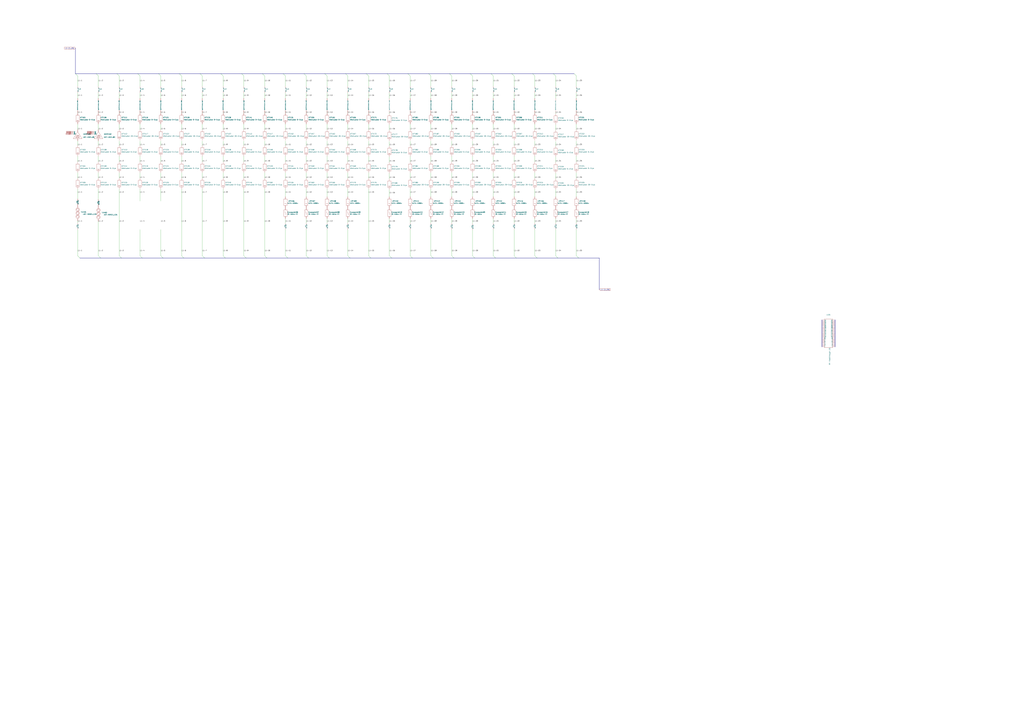
<source format=kicad_sch>
(kicad_sch (version 20211123) (generator eeschema)
  (paper "A0")
  (lib_symbols
    (symbol "Quantum Computing:Attenuator 0-Cryo" (on_board no)
      (property "Reference" "ATT" (at 2.54 1.27 0))
      (property "Value" "Attenuator 0-Cryo" (at 2.54 -1.27 0))
      (symbol "Attenuator 0-Cryo_1_1"
        (pin bidirectional line (at 0 -6.35 90) (length 2.54) (name "") (number ""))
        (pin bidirectional line (at 0 6.35 270) (length 2.54) (name "") (number ""))
      )
    )
    (symbol "Quantum Computing:Attenuator 20-Cryo" (on_board no)
      (property "Reference" "ATT" (at 2.54 1.27 0))
      (property "Value" "Attenuator 20-Cryo" (at 2.54 -1.27 0))
      (symbol "Attenuator 20-Cryo_1_1"
        (pin bidirectional line (at 0 -6.35 90) (length 2.54) (name "") (number ""))
        (pin bidirectional line (at 0 6.35 270) (length 2.54) (name "") (number ""))
      )
    )
    (symbol "Quantum Computing:COAX-6FT"
      (property "Reference" "L:" (at 0 0.635 0))
      (property "Value" "COAX-6FT" (at 0 -0.635 0))
      (symbol "COAX-6FT_1_1"
        (pin bidirectional line (at -3.81 0 0) (length 2.54) (name "") (number ""))
        (pin bidirectional line (at 3.81 0 180) (length 2.54) (name "") (number ""))
      )
    )
    (symbol "Quantum Computing:CuNi-RF-line"
      (property "Reference" "LX-X" (at 3.81 0 0))
      (property "Value" "CuNi-RF-line" (at -1.905 0 0))
      (symbol "CuNi-RF-line_1_1"
        (pin bidirectional line (at -8.255 0 0) (length 2.54) (name "") (number ""))
        (pin bidirectional line (at 8.255 0 180) (length 2.54) (name "") (number ""))
      )
    )
    (symbol "Quantum Computing:IR-1GHz" (on_board no)
      (property "Reference" "Eccosorb" (at 2.286 1.016 0))
      (property "Value" "IR-1GHz" (at 2.286 -1.27 0))
      (symbol "IR-1GHz_1_1"
        (pin bidirectional line (at 0 -6.35 90) (length 2.54) (name "") (number ""))
        (pin bidirectional line (at 0 6.35 270) (length 2.54) (name "") (number ""))
      )
    )
    (symbol "Quantum Computing:LNF-ISISC4_12A" (on_board no)
      (property "Reference" "TJI" (at 6.096 1.016 0))
      (property "Value" "LNF-ISISC4_12A" (at 6.096 -1.27 0))
      (symbol "LNF-ISISC4_12A_1_1"
        (pin input line (at 0 -8.89 90) (length 2.54) (name "") (number ""))
        (pin output line (at 0 8.89 270) (length 2.54) (name "") (number ""))
      )
    )
    (symbol "Quantum Computing:LNF-LNC4_8C" (on_board no)
      (property "Reference" "HEMT" (at 6.096 1.016 0))
      (property "Value" "LNF-LNC4_8C" (at 6.096 -1.27 0))
      (symbol "LNF-LNC4_8C_0_0"
        (text "HEMT" (at 0 -1.524 0) (effects (font (size 1.27 1.27))))
        (text "LNA" (at 0 0.508 0) (effects (font (size 1.27 1.27))))
      )
      (symbol "LNF-LNC4_8C_1_1"
        (pin input line (at 0 -5.715 90) (length 2.54) (name "") (number ""))
        (pin output line (at 0 7.62 270) (length 2.54) (name "") (number ""))
        (pin power_in line (at -7.62 3.81 0) (length 2.54) (name "Vd") (number ""))
        (pin power_in line (at -7.62 5.08 0) (length 2.54) (name "Vg") (number ""))
        (pin power_in line (at -7.62 2.54 0) (length 2.54) (name "gnd") (number ""))
      )
    )
    (symbol "Quantum Computing:RF-Feedthrough-25"
      (property "Reference" "LX" (at -18.415 1.905 0))
      (property "Value" "RF-Feedthrough-25" (at -26.67 -1.27 0))
      (symbol "RF-Feedthrough-25_1_1"
        (pin bidirectional line (at -15.24 -7.62 90) (length 2.54) (name "1") (number ""))
        (pin bidirectional line (at -15.24 7.62 270) (length 2.54) (name "1") (number ""))
        (pin bidirectional line (at -3.81 -7.62 90) (length 2.54) (name "10") (number ""))
        (pin bidirectional line (at -3.81 7.62 270) (length 2.54) (name "10") (number ""))
        (pin bidirectional line (at -2.54 -7.62 90) (length 2.54) (name "11") (number ""))
        (pin bidirectional line (at -2.54 7.62 270) (length 2.54) (name "11") (number ""))
        (pin bidirectional line (at -1.27 -7.62 90) (length 2.54) (name "12") (number ""))
        (pin bidirectional line (at -1.27 7.62 270) (length 2.54) (name "12") (number ""))
        (pin bidirectional line (at 0 -7.62 90) (length 2.54) (name "13") (number ""))
        (pin bidirectional line (at 0 7.62 270) (length 2.54) (name "13") (number ""))
        (pin bidirectional line (at 1.27 -7.62 90) (length 2.54) (name "14") (number ""))
        (pin bidirectional line (at 1.27 7.62 270) (length 2.54) (name "14") (number ""))
        (pin bidirectional line (at 2.54 -7.62 90) (length 2.54) (name "15") (number ""))
        (pin bidirectional line (at 2.54 7.62 270) (length 2.54) (name "15") (number ""))
        (pin bidirectional line (at 3.81 -7.62 90) (length 2.54) (name "16") (number ""))
        (pin bidirectional line (at 3.81 7.62 270) (length 2.54) (name "16") (number ""))
        (pin bidirectional line (at 5.08 -7.62 90) (length 2.54) (name "17") (number ""))
        (pin bidirectional line (at 5.08 7.62 270) (length 2.54) (name "17") (number ""))
        (pin bidirectional line (at 6.35 -7.62 90) (length 2.54) (name "18") (number ""))
        (pin bidirectional line (at 6.35 7.62 270) (length 2.54) (name "18") (number ""))
        (pin bidirectional line (at 7.62 -7.62 90) (length 2.54) (name "19") (number ""))
        (pin bidirectional line (at 7.62 7.62 270) (length 2.54) (name "19") (number ""))
        (pin bidirectional line (at -13.97 -7.62 90) (length 2.54) (name "2") (number ""))
        (pin bidirectional line (at -13.97 7.62 270) (length 2.54) (name "2") (number ""))
        (pin bidirectional line (at 8.89 -7.62 90) (length 2.54) (name "20") (number ""))
        (pin bidirectional line (at 8.89 7.62 270) (length 2.54) (name "20") (number ""))
        (pin bidirectional line (at 10.16 -7.62 90) (length 2.54) (name "21") (number ""))
        (pin bidirectional line (at 10.16 7.62 270) (length 2.54) (name "21") (number ""))
        (pin bidirectional line (at 11.43 -7.62 90) (length 2.54) (name "22") (number ""))
        (pin bidirectional line (at 11.43 7.62 270) (length 2.54) (name "22") (number ""))
        (pin bidirectional line (at 12.7 -7.62 90) (length 2.54) (name "23") (number ""))
        (pin bidirectional line (at 12.7 7.62 270) (length 2.54) (name "23") (number ""))
        (pin bidirectional line (at 13.97 -7.62 90) (length 2.54) (name "24") (number ""))
        (pin bidirectional line (at 13.97 7.62 270) (length 2.54) (name "24") (number ""))
        (pin bidirectional line (at 15.24 -7.62 90) (length 2.54) (name "25") (number ""))
        (pin bidirectional line (at 15.24 7.62 270) (length 2.54) (name "25") (number ""))
        (pin bidirectional line (at -12.7 -7.62 90) (length 2.54) (name "3") (number ""))
        (pin bidirectional line (at -12.7 7.62 270) (length 2.54) (name "3") (number ""))
        (pin bidirectional line (at -11.43 -7.62 90) (length 2.54) (name "4") (number ""))
        (pin bidirectional line (at -11.43 7.62 270) (length 2.54) (name "4") (number ""))
        (pin bidirectional line (at -10.16 -7.62 90) (length 2.54) (name "5") (number ""))
        (pin bidirectional line (at -10.16 7.62 270) (length 2.54) (name "5") (number ""))
        (pin bidirectional line (at -8.89 -7.62 90) (length 2.54) (name "6") (number ""))
        (pin bidirectional line (at -8.89 7.62 270) (length 2.54) (name "6") (number ""))
        (pin bidirectional line (at -7.62 -7.62 90) (length 2.54) (name "7") (number ""))
        (pin bidirectional line (at -7.62 7.62 270) (length 2.54) (name "7") (number ""))
        (pin bidirectional line (at -6.35 -7.62 90) (length 2.54) (name "8") (number ""))
        (pin bidirectional line (at -6.35 7.62 270) (length 2.54) (name "8") (number ""))
        (pin bidirectional line (at -5.08 -7.62 90) (length 2.54) (name "9") (number ""))
        (pin bidirectional line (at -5.08 7.62 270) (length 2.54) (name "9") (number ""))
      )
    )
    (symbol "Quantum Computing:SMA-SMA"
      (property "Reference" "L:" (at 0 0.635 0))
      (property "Value" "SMA-SMA" (at 0 -0.635 0))
      (symbol "SMA-SMA_1_1"
        (pin bidirectional line (at -3.81 0 0) (length 2.54) (name "") (number ""))
        (pin bidirectional line (at 3.81 0 180) (length 2.54) (name "") (number ""))
      )
    )
    (symbol "Quantum Computing:SMA-SMP"
      (property "Reference" "L:" (at 0 0.635 0))
      (property "Value" "SMA-SMP" (at 0 -0.635 0))
      (symbol "SMA-SMP_1_1"
        (pin bidirectional line (at -3.81 0 0) (length 2.54) (name "") (number ""))
        (pin bidirectional line (at 3.81 0 180) (length 2.54) (name "") (number ""))
      )
    )
    (symbol "Quantum Computing:VLFX-1050+" (on_board no)
      (property "Reference" "LPF" (at 2.286 1.016 0))
      (property "Value" "VLFX-1050+" (at 2.286 -1.27 0))
      (symbol "VLFX-1050+_1_1"
        (pin bidirectional line (at 0 -6.35 90) (length 2.54) (name "") (number ""))
        (pin bidirectional line (at 0 6.35 270) (length 2.54) (name "") (number ""))
      )
    )
  )
  (no_connect (at 954.405 391.16))
  (no_connect (at 954.405 378.46))
  (no_connect (at 954.405 393.7))
  (no_connect (at 969.645 377.19))
  (no_connect (at 969.645 394.97))
  (no_connect (at 969.645 401.32))
  (no_connect (at 954.405 377.19))
  (no_connect (at 954.405 384.81))
  (no_connect (at 954.405 394.97))
  (no_connect (at 969.645 398.78))
  (no_connect (at 954.405 397.51))
  (no_connect (at 969.645 384.81))
  (no_connect (at 969.645 373.38))
  (no_connect (at 954.405 398.78))
  (no_connect (at 954.405 382.27))
  (no_connect (at 969.645 391.16))
  (no_connect (at 954.405 373.38))
  (no_connect (at 969.645 396.24))
  (no_connect (at 969.645 379.73))
  (no_connect (at 969.645 386.08))
  (no_connect (at 969.645 383.54))
  (no_connect (at 969.645 381))
  (no_connect (at 954.405 383.54))
  (no_connect (at 954.405 375.92))
  (no_connect (at 954.405 386.08))
  (no_connect (at 954.405 392.43))
  (no_connect (at 954.405 401.32))
  (no_connect (at 954.405 379.73))
  (no_connect (at 969.645 378.46))
  (no_connect (at 969.645 374.65))
  (no_connect (at 954.405 374.65))
  (no_connect (at 969.645 402.59))
  (no_connect (at 969.645 387.35))
  (no_connect (at 969.645 388.62))
  (no_connect (at 969.645 389.89))
  (no_connect (at 954.405 402.59))
  (no_connect (at 969.645 392.43))
  (no_connect (at 969.645 372.11))
  (no_connect (at 969.645 375.92))
  (no_connect (at 954.405 372.11))
  (no_connect (at 969.645 400.05))
  (no_connect (at 969.645 397.51))
  (no_connect (at 954.405 381))
  (no_connect (at 969.645 393.7))
  (no_connect (at 954.405 389.89))
  (no_connect (at 954.405 387.35))
  (no_connect (at 954.405 400.05))
  (no_connect (at 954.405 396.24))
  (no_connect (at 954.405 388.62))
  (no_connect (at 969.645 382.27))
  (bus_entry (at 331.47 88.265) (size -2.54 -2.54))
  (bus_entry (at 259.08 88.265) (size -2.54 -2.54))
  (bus_entry (at 524.51 88.265) (size -2.54 -2.54))
  (bus_entry (at 452.12 88.265) (size -2.54 -2.54))
  (bus_entry (at 645.16 297.18) (size 2.54 2.54))
  (bus_entry (at 186.69 88.265) (size -2.54 -2.54))
  (bus_entry (at 452.12 297.18) (size 2.54 2.54))
  (bus_entry (at 500.38 88.265) (size -2.54 -2.54))
  (bus_entry (at 210.82 88.265) (size -2.54 -2.54))
  (bus_entry (at 500.38 297.18) (size 2.54 2.54))
  (bus_entry (at 379.73 88.265) (size -2.54 -2.54))
  (bus_entry (at 210.82 297.18) (size 2.54 2.54))
  (bus_entry (at 138.43 297.18) (size 2.54 2.54))
  (bus_entry (at 90.17 88.265) (size -2.54 -2.54))
  (bus_entry (at 427.99 297.18) (size 2.54 2.54))
  (bus_entry (at 234.95 88.265) (size -2.54 -2.54))
  (bus_entry (at 90.17 297.18) (size 2.54 2.54))
  (bus_entry (at 476.25 297.18) (size 2.54 2.54))
  (bus_entry (at 331.47 297.18) (size 2.54 2.54))
  (bus_entry (at 621.03 88.265) (size -2.54 -2.54))
  (bus_entry (at 669.29 297.18) (size 2.54 2.54))
  (bus_entry (at 162.56 297.18) (size 2.54 2.54))
  (bus_entry (at 283.21 297.18) (size 2.54 2.54))
  (bus_entry (at 596.9 297.18) (size 2.54 2.54))
  (bus_entry (at 307.34 297.18) (size 2.54 2.54))
  (bus_entry (at 355.6 88.265) (size -2.54 -2.54))
  (bus_entry (at 259.08 297.18) (size 2.54 2.54))
  (bus_entry (at 162.56 88.265) (size -2.54 -2.54))
  (bus_entry (at 307.34 88.265) (size -2.54 -2.54))
  (bus_entry (at 186.69 297.18) (size 2.54 2.54))
  (bus_entry (at 548.64 88.265) (size -2.54 -2.54))
  (bus_entry (at 379.73 297.18) (size 2.54 2.54))
  (bus_entry (at 114.3 88.265) (size -2.54 -2.54))
  (bus_entry (at 548.64 297.18) (size 2.54 2.54))
  (bus_entry (at 572.77 88.265) (size -2.54 -2.54))
  (bus_entry (at 114.3 297.18) (size 2.54 2.54))
  (bus_entry (at 355.6 297.18) (size 2.54 2.54))
  (bus_entry (at 524.51 297.18) (size 2.54 2.54))
  (bus_entry (at 645.16 88.265) (size -2.54 -2.54))
  (bus_entry (at 427.99 88.265) (size -2.54 -2.54))
  (bus_entry (at 403.86 88.265) (size -2.54 -2.54))
  (bus_entry (at 403.86 297.18) (size 2.54 2.54))
  (bus_entry (at 669.29 88.265) (size -2.54 -2.54))
  (bus_entry (at 621.03 297.18) (size 2.54 2.54))
  (bus_entry (at 234.95 297.18) (size 2.54 2.54))
  (bus_entry (at 138.43 88.265) (size -2.54 -2.54))
  (bus_entry (at 596.9 88.265) (size -2.54 -2.54))
  (bus_entry (at 283.21 88.265) (size -2.54 -2.54))
  (bus_entry (at 476.25 88.265) (size -2.54 -2.54))
  (bus_entry (at 572.77 297.18) (size 2.54 2.54))
  (wire (pts (xy 621.03 219.71) (xy 621.03 228.6)))
  (wire (pts (xy 645.16 182.245) (xy 645.16 188.595)))
  (bus (pts (xy 642.62 85.725) (xy 618.49 85.725)))
  (wire (pts (xy 403.86 266.7) (xy 403.86 297.18)))
  (wire (pts (xy 90.17 163.83) (xy 90.17 168.91)))
  (wire (pts (xy 476.25 88.265) (xy 476.25 100.33)))
  (wire (pts (xy 138.43 181.61) (xy 138.43 187.96)))
  (wire (pts (xy 596.9 266.7) (xy 596.9 297.18)))
  (bus (pts (xy 208.28 85.725) (xy 184.15 85.725)))
  (wire (pts (xy 669.29 181.61) (xy 669.29 187.96)))
  (wire (pts (xy 572.77 88.265) (xy 572.77 100.33)))
  (bus (pts (xy 213.36 299.72) (xy 237.49 299.72)))
  (wire (pts (xy 162.56 266.7) (xy 162.56 297.18)))
  (wire (pts (xy 500.38 266.7) (xy 500.38 297.18)))
  (wire (pts (xy 114.3 200.66) (xy 114.3 207.01)))
  (wire (pts (xy 379.73 254) (xy 379.73 259.08)))
  (wire (pts (xy 596.9 163.83) (xy 596.9 168.91)))
  (wire (pts (xy 186.69 219.71) (xy 186.69 233.68)))
  (wire (pts (xy 621.03 200.66) (xy 621.03 207.01)))
  (wire (pts (xy 572.77 107.95) (xy 572.77 114.3)))
  (wire (pts (xy 476.25 163.83) (xy 476.25 168.91)))
  (wire (pts (xy 596.9 219.71) (xy 596.9 228.6)))
  (wire (pts (xy 259.08 144.145) (xy 259.08 150.495)))
  (bus (pts (xy 87.63 85.725) (xy 87.63 55.88)))
  (bus (pts (xy 140.97 299.72) (xy 165.1 299.72)))
  (wire (pts (xy 186.69 130.81) (xy 186.69 131.445)))
  (wire (pts (xy 476.25 254) (xy 476.25 259.08)))
  (wire (pts (xy 645.16 107.95) (xy 645.16 114.3)))
  (wire (pts (xy 355.6 88.265) (xy 355.6 100.33)))
  (bus (pts (xy 328.93 85.725) (xy 304.8 85.725)))
  (wire (pts (xy 500.38 88.265) (xy 500.38 100.33)))
  (wire (pts (xy 572.77 200.66) (xy 572.77 207.01)))
  (wire (pts (xy 234.95 163.83) (xy 234.95 168.91)))
  (wire (pts (xy 669.29 219.71) (xy 669.29 228.6)))
  (wire (pts (xy 186.69 107.95) (xy 186.69 114.3)))
  (bus (pts (xy 623.57 299.72) (xy 647.7 299.72)))
  (wire (pts (xy 524.51 163.83) (xy 524.51 168.91)))
  (wire (pts (xy 500.38 200.66) (xy 500.38 207.01)))
  (wire (pts (xy 548.64 163.83) (xy 548.64 168.91)))
  (wire (pts (xy 355.6 107.95) (xy 355.6 114.3)))
  (wire (pts (xy 524.51 107.95) (xy 524.51 114.3)))
  (wire (pts (xy 162.56 144.145) (xy 162.56 150.495)))
  (wire (pts (xy 90.17 144.145) (xy 90.17 150.495)))
  (wire (pts (xy 596.9 200.66) (xy 596.9 207.01)))
  (wire (pts (xy 476.25 107.95) (xy 476.25 114.3)))
  (wire (pts (xy 331.47 130.81) (xy 331.47 131.445)))
  (bus (pts (xy 353.06 85.725) (xy 328.93 85.725)))
  (wire (pts (xy 572.77 130.81) (xy 572.77 131.445)))
  (wire (pts (xy 500.38 130.81) (xy 500.38 131.445)))
  (wire (pts (xy 524.51 130.81) (xy 524.51 131.445)))
  (wire (pts (xy 307.34 181.61) (xy 307.34 187.96)))
  (wire (pts (xy 162.56 130.81) (xy 162.56 131.445)))
  (wire (pts (xy 452.12 182.245) (xy 452.12 188.595)))
  (wire (pts (xy 452.12 220.345) (xy 452.12 228.6)))
  (wire (pts (xy 500.38 144.145) (xy 500.38 150.495)))
  (wire (pts (xy 379.73 107.95) (xy 379.73 114.3)))
  (bus (pts (xy 497.84 85.725) (xy 473.71 85.725)))
  (wire (pts (xy 645.16 266.7) (xy 645.16 297.18)))
  (bus (pts (xy 256.54 85.725) (xy 232.41 85.725)))
  (wire (pts (xy 90.17 130.81) (xy 90.17 131.445)))
  (wire (pts (xy 307.34 163.83) (xy 307.34 168.91)))
  (wire (pts (xy 162.56 219.71) (xy 162.56 233.68)))
  (wire (pts (xy 331.47 163.83) (xy 331.47 168.91)))
  (wire (pts (xy 283.21 200.66) (xy 283.21 207.01)))
  (bus (pts (xy 377.19 85.725) (xy 353.06 85.725)))
  (wire (pts (xy 355.6 266.7) (xy 355.6 297.18)))
  (wire (pts (xy 355.6 181.61) (xy 355.6 187.96)))
  (bus (pts (xy 521.97 85.725) (xy 497.84 85.725)))
  (wire (pts (xy 307.34 88.265) (xy 307.34 100.33)))
  (bus (pts (xy 160.02 85.725) (xy 135.89 85.725)))
  (wire (pts (xy 476.25 266.7) (xy 476.25 297.18)))
  (wire (pts (xy 572.77 144.145) (xy 572.77 150.495)))
  (bus (pts (xy 334.01 299.72) (xy 358.14 299.72)))
  (wire (pts (xy 331.47 144.145) (xy 331.47 150.495)))
  (bus (pts (xy 309.88 299.72) (xy 334.01 299.72)))
  (wire (pts (xy 259.08 163.83) (xy 259.08 168.91)))
  (wire (pts (xy 259.08 200.66) (xy 259.08 207.01)))
  (wire (pts (xy 355.6 163.83) (xy 355.6 168.91)))
  (wire (pts (xy 234.95 200.66) (xy 234.95 207.01)))
  (wire (pts (xy 403.86 181.61) (xy 403.86 187.96)))
  (wire (pts (xy 452.12 201.295) (xy 452.12 207.645)))
  (wire (pts (xy 572.77 266.7) (xy 572.77 297.18)))
  (wire (pts (xy 331.47 181.61) (xy 331.47 187.96)))
  (wire (pts (xy 114.3 257.175) (xy 114.3 297.18)))
  (wire (pts (xy 452.12 164.465) (xy 452.12 169.545)))
  (wire (pts (xy 355.6 219.71) (xy 355.6 228.6)))
  (wire (pts (xy 307.34 107.95) (xy 307.34 114.3)))
  (bus (pts (xy 551.18 299.72) (xy 575.31 299.72)))
  (wire (pts (xy 452.12 130.81) (xy 452.12 132.08)))
  (wire (pts (xy 669.29 266.7) (xy 669.29 297.18)))
  (wire (pts (xy 621.03 254) (xy 621.03 259.08)))
  (bus (pts (xy 449.58 85.725) (xy 425.45 85.725)))
  (wire (pts (xy 307.34 130.81) (xy 307.34 131.445)))
  (bus (pts (xy 135.89 85.725) (xy 111.76 85.725)))
  (wire (pts (xy 427.99 163.83) (xy 427.99 168.91)))
  (wire (pts (xy 452.12 107.95) (xy 452.12 114.3)))
  (wire (pts (xy 138.43 144.145) (xy 138.43 150.495)))
  (wire (pts (xy 331.47 200.66) (xy 331.47 207.01)))
  (wire (pts (xy 283.21 130.81) (xy 283.21 131.445)))
  (wire (pts (xy 669.29 200.66) (xy 669.29 207.01)))
  (bus (pts (xy 189.23 299.72) (xy 213.36 299.72)))
  (wire (pts (xy 452.12 266.7) (xy 452.12 297.18)))
  (wire (pts (xy 138.43 200.66) (xy 138.43 207.01)))
  (wire (pts (xy 283.21 107.95) (xy 283.21 114.3)))
  (wire (pts (xy 669.29 130.81) (xy 669.29 131.445)))
  (wire (pts (xy 114.3 88.265) (xy 114.3 100.33)))
  (wire (pts (xy 234.95 107.95) (xy 234.95 114.3)))
  (wire (pts (xy 596.9 181.61) (xy 596.9 187.96)))
  (wire (pts (xy 500.38 181.61) (xy 500.38 187.96)))
  (wire (pts (xy 234.95 219.71) (xy 234.95 297.18)))
  (bus (pts (xy 695.96 299.72) (xy 695.96 336.55)))
  (wire (pts (xy 283.21 181.61) (xy 283.21 187.96)))
  (wire (pts (xy 476.25 219.71) (xy 476.25 228.6)))
  (bus (pts (xy 430.53 299.72) (xy 454.66 299.72)))
  (wire (pts (xy 524.51 181.61) (xy 524.51 187.96)))
  (wire (pts (xy 331.47 254) (xy 331.47 259.08)))
  (wire (pts (xy 548.64 219.71) (xy 548.64 228.6)))
  (wire (pts (xy 452.12 144.78) (xy 452.12 151.13)))
  (wire (pts (xy 403.86 107.95) (xy 403.86 114.3)))
  (wire (pts (xy 476.25 144.145) (xy 476.25 150.495)))
  (wire (pts (xy 403.86 200.66) (xy 403.86 207.01)))
  (bus (pts (xy 261.62 299.72) (xy 285.75 299.72)))
  (wire (pts (xy 379.73 266.7) (xy 379.73 297.18)))
  (bus (pts (xy 358.14 299.72) (xy 382.27 299.72)))
  (wire (pts (xy 645.16 130.81) (xy 645.16 132.08)))
  (wire (pts (xy 548.64 144.145) (xy 548.64 150.495)))
  (bus (pts (xy 594.36 85.725) (xy 570.23 85.725)))
  (wire (pts (xy 403.86 144.145) (xy 403.86 150.495)))
  (wire (pts (xy 572.77 219.71) (xy 572.77 228.6)))
  (wire (pts (xy 331.47 107.95) (xy 331.47 114.3)))
  (wire (pts (xy 596.9 254) (xy 596.9 259.08)))
  (wire (pts (xy 186.69 163.83) (xy 186.69 168.91)))
  (wire (pts (xy 138.43 219.71) (xy 138.43 297.18)))
  (wire (pts (xy 234.95 88.265) (xy 234.95 100.33)))
  (bus (pts (xy 546.1 85.725) (xy 521.97 85.725)))
  (wire (pts (xy 210.82 181.61) (xy 210.82 187.96)))
  (wire (pts (xy 234.95 181.61) (xy 234.95 187.96)))
  (wire (pts (xy 596.9 88.265) (xy 596.9 100.33)))
  (wire (pts (xy 572.77 181.61) (xy 572.77 187.96)))
  (wire (pts (xy 524.51 266.7) (xy 524.51 297.18)))
  (wire (pts (xy 210.82 144.145) (xy 210.82 150.495)))
  (wire (pts (xy 500.38 163.83) (xy 500.38 168.91)))
  (wire (pts (xy 524.51 88.265) (xy 524.51 100.33)))
  (wire (pts (xy 186.69 144.145) (xy 186.69 150.495)))
  (wire (pts (xy 403.86 254) (xy 403.86 259.08)))
  (wire (pts (xy 138.43 88.265) (xy 138.43 100.33)))
  (wire (pts (xy 138.43 130.81) (xy 138.43 131.445)))
  (wire (pts (xy 500.38 107.95) (xy 500.38 114.3)))
  (wire (pts (xy 500.38 254) (xy 500.38 259.08)))
  (bus (pts (xy 280.67 85.725) (xy 256.54 85.725)))
  (wire (pts (xy 114.3 181.61) (xy 114.3 187.96)))
  (wire (pts (xy 524.51 254) (xy 524.51 259.08)))
  (bus (pts (xy 92.71 299.72) (xy 116.84 299.72)))
  (bus (pts (xy 570.23 85.725) (xy 546.1 85.725)))
  (wire (pts (xy 210.82 219.71) (xy 210.82 297.18)))
  (wire (pts (xy 307.34 200.66) (xy 307.34 207.01)))
  (wire (pts (xy 259.08 107.95) (xy 259.08 114.3)))
  (wire (pts (xy 90.17 200.66) (xy 90.17 207.01)))
  (wire (pts (xy 452.12 254) (xy 452.12 259.08)))
  (wire (pts (xy 90.17 219.71) (xy 90.17 231.14)))
  (wire (pts (xy 645.16 164.465) (xy 645.16 169.545)))
  (wire (pts (xy 476.25 181.61) (xy 476.25 187.96)))
  (wire (pts (xy 621.03 144.145) (xy 621.03 150.495)))
  (wire (pts (xy 476.25 130.81) (xy 476.25 131.445)))
  (bus (pts (xy 502.92 299.72) (xy 527.05 299.72)))
  (wire (pts (xy 524.51 144.145) (xy 524.51 150.495)))
  (wire (pts (xy 669.29 163.83) (xy 669.29 168.91)))
  (wire (pts (xy 331.47 88.265) (xy 331.47 100.33)))
  (wire (pts (xy 379.73 200.66) (xy 379.73 207.01)))
  (wire (pts (xy 379.73 181.61) (xy 379.73 187.96)))
  (wire (pts (xy 403.86 163.83) (xy 403.86 168.91)))
  (bus (pts (xy 527.05 299.72) (xy 551.18 299.72)))
  (wire (pts (xy 427.99 219.71) (xy 427.99 297.18)))
  (bus (pts (xy 671.83 299.72) (xy 695.96 299.72)))
  (wire (pts (xy 379.73 88.265) (xy 379.73 100.33)))
  (wire (pts (xy 669.29 144.145) (xy 669.29 150.495)))
  (bus (pts (xy 454.66 299.72) (xy 478.79 299.72)))
  (wire (pts (xy 427.99 88.265) (xy 427.99 100.33)))
  (wire (pts (xy 162.56 107.95) (xy 162.56 114.3)))
  (wire (pts (xy 355.6 130.81) (xy 355.6 131.445)))
  (wire (pts (xy 210.82 130.81) (xy 210.82 131.445)))
  (wire (pts (xy 596.9 107.95) (xy 596.9 114.3)))
  (wire (pts (xy 210.82 88.265) (xy 210.82 100.33)))
  (wire (pts (xy 645.16 254) (xy 645.16 259.08)))
  (wire (pts (xy 427.99 181.61) (xy 427.99 187.96)))
  (wire (pts (xy 355.6 144.145) (xy 355.6 150.495)))
  (bus (pts (xy 237.49 299.72) (xy 261.62 299.72)))
  (wire (pts (xy 548.64 130.81) (xy 548.64 131.445)))
  (wire (pts (xy 452.12 88.265) (xy 452.12 100.33)))
  (wire (pts (xy 379.73 163.83) (xy 379.73 168.91)))
  (wire (pts (xy 572.77 254) (xy 572.77 259.08)))
  (wire (pts (xy 476.25 200.66) (xy 476.25 207.01)))
  (wire (pts (xy 90.17 256.54) (xy 90.17 259.08)))
  (wire (pts (xy 548.64 267.335) (xy 548.64 297.18)))
  (wire (pts (xy 259.08 88.265) (xy 259.08 100.33)))
  (bus (pts (xy 285.75 299.72) (xy 309.88 299.72)))
  (wire (pts (xy 621.03 107.95) (xy 621.03 114.3)))
  (bus (pts (xy 165.1 299.72) (xy 189.23 299.72)))
  (wire (pts (xy 90.17 107.95) (xy 90.17 114.3)))
  (wire (pts (xy 500.38 219.71) (xy 500.38 228.6)))
  (wire (pts (xy 548.64 107.95) (xy 548.64 114.3)))
  (wire (pts (xy 259.08 219.71) (xy 259.08 297.18)))
  (wire (pts (xy 186.69 181.61) (xy 186.69 187.96)))
  (wire (pts (xy 162.56 163.83) (xy 162.56 168.91)))
  (wire (pts (xy 548.64 254) (xy 548.64 259.715)))
  (wire (pts (xy 596.9 130.81) (xy 596.9 131.445)))
  (wire (pts (xy 355.6 200.66) (xy 355.6 207.01)))
  (bus (pts (xy 304.8 85.725) (xy 280.67 85.725)))
  (wire (pts (xy 621.03 181.61) (xy 621.03 187.96)))
  (bus (pts (xy 599.44 299.72) (xy 623.57 299.72)))
  (wire (pts (xy 210.82 200.66) (xy 210.82 207.01)))
  (bus (pts (xy 382.27 299.72) (xy 406.4 299.72)))
  (wire (pts (xy 186.69 266.7) (xy 186.69 297.18)))
  (wire (pts (xy 379.73 130.81) (xy 379.73 131.445)))
  (wire (pts (xy 259.08 130.81) (xy 259.08 131.445)))
  (wire (pts (xy 621.03 88.265) (xy 621.03 100.33)))
  (wire (pts (xy 379.73 144.145) (xy 379.73 150.495)))
  (wire (pts (xy 645.16 201.295) (xy 645.16 207.645)))
  (wire (pts (xy 331.47 266.7) (xy 331.47 297.18)))
  (wire (pts (xy 548.64 181.61) (xy 548.64 187.96)))
  (wire (pts (xy 114.3 219.71) (xy 114.3 231.775)))
  (wire (pts (xy 259.08 181.61) (xy 259.08 187.96)))
  (bus (pts (xy 401.32 85.725) (xy 377.19 85.725)))
  (wire (pts (xy 283.21 163.83) (xy 283.21 168.91)))
  (wire (pts (xy 669.29 254) (xy 669.29 259.08)))
  (wire (pts (xy 114.3 130.81) (xy 114.3 131.445)))
  (wire (pts (xy 186.69 200.66) (xy 186.69 207.01)))
  (wire (pts (xy 186.69 88.265) (xy 186.69 100.33)))
  (wire (pts (xy 621.03 163.83) (xy 621.03 168.91)))
  (bus (pts (xy 478.79 299.72) (xy 502.92 299.72)))
  (wire (pts (xy 548.64 88.265) (xy 548.64 100.33)))
  (wire (pts (xy 114.3 107.95) (xy 114.3 114.3)))
  (wire (pts (xy 379.73 219.71) (xy 379.73 228.6)))
  (bus (pts (xy 473.71 85.725) (xy 449.58 85.725)))
  (wire (pts (xy 210.82 163.83) (xy 210.82 168.91)))
  (wire (pts (xy 403.86 130.81) (xy 403.86 131.445)))
  (wire (pts (xy 645.16 144.78) (xy 645.16 151.13)))
  (wire (pts (xy 621.03 266.7) (xy 621.03 297.18)))
  (wire (pts (xy 645.16 88.265) (xy 645.16 100.33)))
  (bus (pts (xy 425.45 85.725) (xy 401.32 85.725)))
  (wire (pts (xy 283.21 144.145) (xy 283.21 150.495)))
  (wire (pts (xy 114.3 163.83) (xy 114.3 168.91)))
  (wire (pts (xy 645.16 220.345) (xy 645.16 228.6)))
  (wire (pts (xy 138.43 163.83) (xy 138.43 168.91)))
  (wire (pts (xy 162.56 88.265) (xy 162.56 100.33)))
  (bus (pts (xy 618.49 85.725) (xy 594.36 85.725)))
  (wire (pts (xy 283.21 88.265) (xy 283.21 100.33)))
  (wire (pts (xy 90.17 266.7) (xy 90.17 297.18)))
  (wire (pts (xy 234.95 144.145) (xy 234.95 150.495)))
  (wire (pts (xy 669.29 88.265) (xy 669.29 100.33)))
  (wire (pts (xy 162.56 200.66) (xy 162.56 207.01)))
  (wire (pts (xy 90.17 181.61) (xy 90.17 187.96)))
  (wire (pts (xy 90.17 88.265) (xy 90.17 100.33)))
  (wire (pts (xy 138.43 107.95) (xy 138.43 114.3)))
  (wire (pts (xy 572.77 163.83) (xy 572.77 168.91)))
  (bus (pts (xy 666.75 85.725) (xy 642.62 85.725)))
  (wire (pts (xy 524.51 219.71) (xy 524.51 228.6)))
  (wire (pts (xy 427.99 200.66) (xy 427.99 207.01)))
  (wire (pts (xy 524.51 200.66) (xy 524.51 207.01)))
  (bus (pts (xy 116.84 299.72) (xy 140.97 299.72)))
  (wire (pts (xy 548.64 200.66) (xy 548.64 207.01)))
  (wire (pts (xy 403.86 219.71) (xy 403.86 228.6)))
  (wire (pts (xy 355.6 254) (xy 355.6 259.08)))
  (wire (pts (xy 427.99 107.95) (xy 427.99 114.3)))
  (wire (pts (xy 331.47 219.71) (xy 331.47 228.6)))
  (wire (pts (xy 669.29 107.95) (xy 669.29 114.3)))
  (bus (pts (xy 406.4 299.72) (xy 430.53 299.72)))
  (bus (pts (xy 111.76 85.725) (xy 87.63 85.725)))
  (wire (pts (xy 427.99 130.81) (xy 427.99 131.445)))
  (wire (pts (xy 234.95 130.81) (xy 234.95 131.445)))
  (bus (pts (xy 232.41 85.725) (xy 208.28 85.725)))
  (bus (pts (xy 184.15 85.725) (xy 160.02 85.725)))
  (wire (pts (xy 596.9 144.145) (xy 596.9 150.495)))
  (bus (pts (xy 575.31 299.72) (xy 599.44 299.72)))
  (wire (pts (xy 210.82 107.95) (xy 210.82 114.3)))
  (wire (pts (xy 403.86 88.265) (xy 403.86 100.33)))
  (wire (pts (xy 114.3 144.145) (xy 114.3 150.495)))
  (wire (pts (xy 621.03 130.81) (xy 621.03 131.445)))
  (wire (pts (xy 283.21 219.71) (xy 283.21 297.18)))
  (wire (pts (xy 307.34 144.145) (xy 307.34 150.495)))
  (bus (pts (xy 647.7 299.72) (xy 671.83 299.72)))
  (wire (pts (xy 307.34 219.71) (xy 307.34 297.18)))
  (wire (pts (xy 162.56 181.61) (xy 162.56 187.96)))
  (wire (pts (xy 427.99 144.145) (xy 427.99 150.495)))
  (label "L1-20" (at 548.64 207.01 0))
  (label "L1-6" (at 210.82 131.445 0))
  (label "L1-19" (at 524.51 94.615 0))
  (label "L1-16" (at 452.12 150.495 0))
  (label "L1-20" (at 548.64 292.1 0))
  (label "L1-15" (at 427.99 168.91 0))
  (label "L1-21" (at 572.77 94.615 0))
  (label "L1-21" (at 572.77 224.155 0))
  (label "L1-10" (at 307.34 111.76 0))
  (label "L1-23" (at 621.03 224.155 0))
  (label "L1-25" (at 669.29 94.615 0))
  (label "L1-24" (at 645.16 150.495 0))
  (label "L1-2" (at 114.3 131.445 0))
  (label "L1-2" (at 114.3 94.615 0))
  (label "L1-14" (at 403.86 257.81 0))
  (label "L1-7" (at 234.95 94.615 0))
  (label "L1-4" (at 162.56 94.615 0))
  (label "L1-22" (at 596.9 111.76 0))
  (label "L1-24" (at 645.16 168.91 0))
  (label "L1-10" (at 307.34 187.96 0))
  (label "L1-16" (at 452.12 224.79 0))
  (label "L1-4" (at 162.56 187.96 0))
  (label "L1-5" (at 186.69 111.76 0))
  (label "L1-7" (at 234.95 111.76 0))
  (label "L1-23" (at 621.03 292.1 0))
  (label "L1-7" (at 234.95 292.1 0))
  (label "L1-11" (at 331.47 131.445 0))
  (label "L1-4" (at 162.56 207.01 0))
  (label "L1-1" (at 90.17 94.615 0))
  (label "L1-20" (at 548.64 187.96 0))
  (label "L1-1" (at 90.17 224.155 0))
  (label "L1-1" (at 90.17 150.495 0))
  (label "L1-5" (at 186.69 224.155 0))
  (label "L1-17" (at 476.25 207.01 0))
  (label "L1-10" (at 307.34 168.91 0))
  (label "L1-4" (at 162.56 292.1 0))
  (label "L1-12" (at 355.6 224.155 0))
  (label "L1-13" (at 379.73 292.1 0))
  (label "L1-14" (at 403.86 292.1 0))
  (label "L1-3" (at 138.43 187.96 0))
  (label "L1-21" (at 572.77 207.01 0))
  (label "L1-15" (at 427.99 131.445 0))
  (label "L1-13" (at 379.73 94.615 0))
  (label "L1-5" (at 186.69 94.615 0))
  (label "L1-6" (at 210.82 224.155 0))
  (label "L1-3" (at 138.43 224.155 0))
  (label "L1-22" (at 596.9 224.155 0))
  (label "L1-21" (at 572.77 111.76 0))
  (label "L1-25" (at 669.29 224.155 0))
  (label "L1-3" (at 138.43 207.01 0))
  (label "L1-2" (at 114.3 292.1 0))
  (label "L1-7" (at 234.95 207.01 0))
  (label "L1-19" (at 524.51 150.495 0))
  (label "L1-15" (at 427.99 94.615 0))
  (label "L1-6" (at 210.82 257.81 0))
  (label "L1-9" (at 283.21 111.76 0))
  (label "L1-9" (at 283.21 292.1 0))
  (label "L1-8" (at 259.08 224.155 0))
  (label "L1-2" (at 114.3 168.91 0))
  (label "L1-14" (at 403.86 94.615 0))
  (label "L1-11" (at 331.47 94.615 0))
  (label "L1-8" (at 259.08 207.01 0))
  (label "L1-14" (at 403.86 187.96 0))
  (label "L1-14" (at 403.86 150.495 0))
  (label "L1-9" (at 283.21 94.615 0))
  (label "L1-12" (at 355.6 257.81 0))
  (label "L1-17" (at 476.25 150.495 0))
  (label "L1-2" (at 114.3 111.76 0))
  (label "L1-6" (at 210.82 207.01 0))
  (label "L1-1" (at 90.17 168.91 0))
  (label "L1-19" (at 524.51 257.81 0))
  (label "L1-16" (at 452.12 111.76 0))
  (label "L1-18" (at 500.38 187.96 0))
  (label "L1-25" (at 669.29 150.495 0))
  (label "L1-21" (at 572.77 150.495 0))
  (label "L1-11" (at 331.47 187.96 0))
  (label "L1-14" (at 403.86 224.155 0))
  (label "L1-25" (at 669.29 207.01 0))
  (label "L1-5" (at 186.69 168.91 0))
  (label "L1-14" (at 403.86 207.01 0))
  (label "L1-15" (at 427.99 207.01 0))
  (label "L1-3" (at 138.43 150.495 0))
  (label "L1-17" (at 476.25 168.91 0))
  (label "L1-21" (at 572.77 187.96 0))
  (label "L1-6" (at 210.82 187.96 0))
  (label "L1-7" (at 234.95 131.445 0))
  (label "L1-20" (at 548.64 111.76 0))
  (label "L1-23" (at 621.03 150.495 0))
  (label "L1-22" (at 596.9 150.495 0))
  (label "L1-13" (at 379.73 150.495 0))
  (label "L1-12" (at 355.6 111.76 0))
  (label "L1-23" (at 621.03 187.96 0))
  (label "L1-5" (at 186.69 207.01 0))
  (label "L1-22" (at 596.9 131.445 0))
  (label "L1-18" (at 500.38 94.615 0))
  (label "L1-16" (at 452.12 187.96 0))
  (label "L1-12" (at 355.6 207.01 0))
  (label "L1-13" (at 379.73 131.445 0))
  (label "L1-20" (at 548.64 131.445 0))
  (label "L1-4" (at 162.56 168.91 0))
  (label "L1-25" (at 669.29 111.76 0))
  (label "L1-2" (at 114.3 150.495 0))
  (label "L1-13" (at 379.73 111.76 0))
  (label "L1-1" (at 90.17 257.81 0))
  (label "L1-8" (at 259.08 292.1 0))
  (label "L1-20" (at 548.64 257.81 0))
  (label "L1-21" (at 572.77 257.81 0))
  (label "L1-8" (at 259.08 150.495 0))
  (label "L1-16" (at 452.12 207.01 0))
  (label "L1-18" (at 500.38 168.91 0))
  (label "L1-18" (at 500.38 131.445 0))
  (label "L1-20" (at 548.64 168.91 0))
  (label "L1-5" (at 186.69 187.96 0))
  (label "L1-23" (at 621.03 207.01 0))
  (label "L1-20" (at 548.64 150.495 0))
  (label "L1-18" (at 500.38 150.495 0))
  (label "L1-5" (at 186.69 257.81 0))
  (label "L1-6" (at 210.82 111.76 0))
  (label "L1-25" (at 669.29 187.96 0))
  (label "L1-24" (at 645.16 94.615 0))
  (label "L1-11" (at 331.47 224.155 0))
  (label "L1-10" (at 307.34 94.615 0))
  (label "L1-7" (at 234.95 150.495 0))
  (label "L1-19" (at 524.51 207.01 0))
  (label "L1-4" (at 162.56 224.155 0))
  (label "L1-22" (at 596.9 292.1 0))
  (label "L1-4" (at 162.56 150.495 0))
  (label "L1-24" (at 645.16 224.155 0))
  (label "L1-19" (at 524.51 131.445 0))
  (label "L1-25" (at 669.29 168.91 0))
  (label "L1-15" (at 427.99 224.155 0))
  (label "L1-3" (at 138.43 168.91 0))
  (label "L1-12" (at 355.6 94.615 0))
  (label "L1-13" (at 379.73 207.01 0))
  (label "L1-4" (at 162.56 257.81 0))
  (label "L1-17" (at 476.25 224.155 0))
  (label "L1-16" (at 452.12 94.615 0))
  (label "L1-17" (at 476.25 257.81 0))
  (label "L1-16" (at 452.12 257.81 0))
  (label "L1-8" (at 259.08 168.91 0))
  (label "L1-8" (at 259.08 111.76 0))
  (label "L1-8" (at 259.08 131.445 0))
  (label "L1-7" (at 234.95 224.155 0))
  (label "L1-19" (at 524.51 292.1 0))
  (label "L1-9" (at 283.21 168.91 0))
  (label "L1-1" (at 90.17 207.01 0))
  (label "L1-1" (at 90.17 292.1 0))
  (label "L1-24" (at 645.16 131.445 0))
  (label "L1-18" (at 500.38 224.155 0))
  (label "L1-19" (at 524.51 111.76 0))
  (label "L1-15" (at 427.99 150.495 0))
  (label "L1-9" (at 283.21 187.96 0))
  (label "L1-9" (at 283.21 150.495 0))
  (label "L1-11" (at 331.47 168.91 0))
  (label "L1-21" (at 572.77 168.91 0))
  (label "L1-1" (at 90.17 111.76 0))
  (label "L1-25" (at 669.29 292.1 0))
  (label "L1-6" (at 210.82 292.1 0))
  (label "L1-11" (at 331.47 207.01 0))
  (label "L1-3" (at 138.43 94.615 0))
  (label "L1-9" (at 283.21 224.155 0))
  (label "L1-12" (at 355.6 168.91 0))
  (label "L1-16" (at 452.12 292.1 0))
  (label "L1-20" (at 548.64 94.615 0))
  (label "L1-10" (at 307.34 150.495 0))
  (label "L1-5" (at 186.69 150.495 0))
  (label "L1-25" (at 669.29 131.445 0))
  (label "L1-9" (at 283.21 131.445 0))
  (label "L1-18" (at 500.38 257.81 0))
  (label "L1-19" (at 524.51 168.91 0))
  (label "L1-15" (at 427.99 187.96 0))
  (label "L1-18" (at 500.38 207.01 0))
  (label "L1-24" (at 645.16 187.96 0))
  (label "L1-23" (at 621.03 168.91 0))
  (label "L1-17" (at 476.25 94.615 0))
  (label "L1-3" (at 138.43 111.76 0))
  (label "L1-9" (at 283.21 207.01 0))
  (label "L1-12" (at 355.6 187.96 0))
  (label "L1-19" (at 524.51 187.96 0))
  (label "L1-6" (at 210.82 94.615 0))
  (label "L1-14" (at 403.86 131.445 0))
  (label "L1-11" (at 331.47 257.81 0))
  (label "L1-22" (at 596.9 94.615 0))
  (label "L1-17" (at 476.25 187.96 0))
  (label "L1-10" (at 307.34 257.81 0))
  (label "L1-22" (at 596.9 168.91 0))
  (label "L1-16" (at 452.12 168.91 0))
  (label "L1-15" (at 427.99 292.1 0))
  (label "L1-3" (at 138.43 257.81 0))
  (label "L1-10" (at 307.34 224.155 0))
  (label "L1-2" (at 114.3 207.01 0))
  (label "L1-8" (at 259.08 94.615 0))
  (label "L1-19" (at 524.51 224.155 0))
  (label "L1-7" (at 234.95 257.81 0))
  (label "L1-12" (at 355.6 131.445 0))
  (label "L1-6" (at 210.82 168.91 0))
  (label "L1-15" (at 427.99 257.81 0))
  (label "L1-16" (at 452.12 131.445 0))
  (label "L1-13" (at 379.73 257.81 0))
  (label "L1-2" (at 114.3 187.96 0))
  (label "L1-12" (at 355.6 292.1 0))
  (label "L1-23" (at 621.03 111.76 0))
  (label "L1-13" (at 379.73 187.96 0))
  (label "L1-1" (at 90.17 187.96 0))
  (label "L1-6" (at 210.82 150.495 0))
  (label "L1-3" (at 138.43 131.445 0))
  (label "L1-20" (at 548.64 224.155 0))
  (label "L1-24" (at 645.16 292.1 0))
  (label "L1-14" (at 403.86 168.91 0))
  (label "L1-8" (at 259.08 257.81 0))
  (label "L1-8" (at 259.08 187.96 0))
  (label "L1-13" (at 379.73 224.155 0))
  (label "L1-2" (at 114.3 224.155 0))
  (label "L1-23" (at 621.03 94.615 0))
  (label "L1-23" (at 621.03 257.81 0))
  (label "L1-5" (at 186.69 131.445 0))
  (label "L1-10" (at 307.34 292.1 0))
  (label "L1-17" (at 476.25 131.445 0))
  (label "L1-11" (at 331.47 111.76 0))
  (label "L1-4" (at 162.56 111.76 0))
  (label "L1-14" (at 403.86 111.76 0))
  (label "L1-5" (at 186.69 292.1 0))
  (label "L1-11" (at 331.47 150.495 0))
  (label "L1-18" (at 500.38 111.76 0))
  (label "L1-13" (at 379.73 168.91 0))
  (label "L1-21" (at 572.77 131.445 0))
  (label "L1-11" (at 331.47 292.1 0))
  (label "L1-7" (at 234.95 187.96 0))
  (label "L1-4" (at 162.56 131.445 0))
  (label "L1-10" (at 307.34 131.445 0))
  (label "L1-12" (at 355.6 150.495 0))
  (label "L1-24" (at 645.16 207.01 0))
  (label "L1-17" (at 476.25 111.76 0))
  (label "L1-10" (at 307.34 207.01 0))
  (label "L1-18" (at 500.38 292.1 0))
  (label "L1-22" (at 596.9 207.01 0))
  (label "L1-24" (at 645.16 111.76 0))
  (label "L1-17" (at 476.25 292.1 0))
  (label "L1-15" (at 427.99 111.76 0))
  (label "L1-7" (at 234.95 168.91 0))
  (label "L1-9" (at 283.21 257.81 0))
  (label "L1-3" (at 138.43 292.1 0))
  (label "L1-25" (at 669.29 257.81 0))
  (label "L1-1" (at 90.17 131.445 0))
  (label "L1-22" (at 596.9 187.96 0))
  (label "L1-2" (at 114.3 257.81 0))
  (label "L1-23" (at 621.03 131.445 0))
  (label "L1-22" (at 596.9 257.81 0))
  (label "L1-24" (at 645.16 257.81 0))
  (label "L1-21" (at 572.77 292.1 0))
  (global_label "L1-2_Vd" (shape input) (at 106.68 154.305 180) (effects (font (size 0.64 0.64))) (property "Intersheet References" "${INTERSHEET_REFS}" (effects hide)))
  (global_label "L1-1_Vg" (shape input) (at 82.55 153.035 180) (effects (font (size 0.64 0.64))) (property "Intersheet References" "${INTERSHEET_REFS}" (effects hide)))
  (global_label "L1-[1..25]" (shape input) (at 695.96 336.55 0) (property "Intersheet References" "${INTERSHEET_REFS}" (effects hide)))
  (global_label "L1-2_gnd" (shape input) (at 106.68 155.575 180) (effects (font (size 0.64 0.64))) (property "Intersheet References" "${INTERSHEET_REFS}" (effects hide)))
  (global_label "L1-1_Vd" (shape input) (at 82.55 154.305 180) (effects (font (size 0.64 0.64))) (property "Intersheet References" "${INTERSHEET_REFS}" (effects hide)))
  (global_label "L1-2_Vg" (shape input) (at 106.68 153.035 180) (effects (font (size 0.64 0.64))) (property "Intersheet References" "${INTERSHEET_REFS}" (effects hide)))
  (global_label "L1-1_gnd" (shape input) (at 82.55 155.575 180) (effects (font (size 0.64 0.64))) (property "Intersheet References" "${INTERSHEET_REFS}" (effects hide)))
  (global_label "L1-[1..25]" (shape input) (at 87.63 55.88 180) (property "Intersheet References" "${INTERSHEET_REFS}" (effects hide)))
  (symbol (lib_id "Quantum Computing:COAX-6FT") (at 524.51 104.14 90) (unit 1)
    (property "Reference" "L:423" (at 525.78 103.505 90) (effects (font (size 0.64 0.64)) (justify right)))
    (property "Value" "COAX-6FT" (at 525.145 104.14 0) (effects (font (size 0.64 0.64))))
  )
  (symbol (lib_id "Quantum Computing:CuNi-RF-line") (at 283.21 122.555 90) (unit 1)
    (property "Reference" "L1-109" (at 283.21 118.745 0) (effects (font (size 0.64 0.64))))
    (property "Value" "CuNi-RF-line" (at 283.21 124.46 0) (effects (font (size 0.64 0.64))))
  )
  (symbol (lib_id "Quantum Computing:Attenuator 0-Cryo") (at 645.16 138.43 0) (unit 1) (on_board no)
    (property "Reference" "ATT216" (at 647.7 137.16 0) (effects (justify left)))
    (property "Value" "Attenuator 0-Cryo" (at 647.7 139.7 0) (effects (justify left)))
  )
  (symbol (lib_id "Quantum Computing:Attenuator 0-Cryo") (at 669.29 137.795 0) (unit 1) (on_board no)
    (property "Reference" "ATT221" (at 671.83 136.525 0) (effects (justify left)))
    (property "Value" "Attenuator 0-Cryo" (at 671.83 139.065 0) (effects (justify left)))
  )
  (symbol (lib_id "Quantum Computing:Attenuator 0-Cryo") (at 524.51 194.31 0) (unit 1) (on_board no)
    (property "Reference" "ATT194" (at 527.05 193.04 0) (effects (justify left)))
    (property "Value" "Attenuator 0-Cryo" (at 527.05 195.58 0) (effects (justify left)))
  )
  (symbol (lib_id "Quantum Computing:Attenuator 0-Cryo") (at 114.3 137.795 0) (unit 1) (on_board no)
    (property "Reference" "ATT106" (at 116.84 136.525 0) (effects (justify left)))
    (property "Value" "Attenuator 0-Cryo" (at 116.84 139.065 0) (effects (justify left)))
  )
  (symbol (lib_id "Quantum Computing:SMA-SMP") (at 621.03 262.89 90) (unit 1)
    (property "Reference" "L:116" (at 620.395 262.89 0) (effects (font (size 0.64 0.64))))
    (property "Value" "SMA-SMP" (at 621.665 262.89 0) (effects (font (size 0.64 0.64))))
  )
  (symbol (lib_id "Quantum Computing:Attenuator 0-Cryo") (at 572.77 175.26 0) (unit 1) (on_board no)
    (property "Reference" "ATT203" (at 575.31 173.99 0) (effects (justify left)))
    (property "Value" "Attenuator 0-Cryo" (at 575.31 176.53 0) (effects (justify left)))
  )
  (symbol (lib_id "Quantum Computing:IR-1GHz") (at 645.16 247.65 0) (unit 1) (on_board no)
    (property "Reference" "Eccosorb117" (at 647.446 246.634 0) (effects (justify left)))
    (property "Value" "IR-1GHz-FF" (at 647.446 248.92 0) (effects (justify left)))
  )
  (symbol (lib_id "Quantum Computing:Attenuator 20-Cryo") (at 621.03 156.845 0) (unit 1) (on_board no)
    (property "Reference" "ATT212" (at 623.57 155.575 0) (effects (justify left)))
    (property "Value" "Attenuator 20-Cryo" (at 623.57 158.115 0) (effects (justify left)))
  )
  (symbol (lib_id "Quantum Computing:Attenuator 0-Cryo") (at 452.12 213.995 0) (unit 1) (on_board no)
    (property "Reference" "ATT180" (at 454.66 212.725 0) (effects (justify left)))
    (property "Value" "Attenuator 0-Cryo" (at 454.66 215.265 0) (effects (justify left)))
  )
  (symbol (lib_id "Quantum Computing:Attenuator 0-Cryo") (at 596.9 137.795 0) (unit 1) (on_board no)
    (property "Reference" "ATT206" (at 599.44 136.525 0) (effects (justify left)))
    (property "Value" "Attenuator 0-Cryo" (at 599.44 139.065 0) (effects (justify left)))
  )
  (symbol (lib_id "Quantum Computing:COAX-6FT") (at 186.69 104.14 90) (unit 1)
    (property "Reference" "L:409" (at 187.96 103.505 90) (effects (font (size 0.64 0.64)) (justify right)))
    (property "Value" "COAX-6FT" (at 187.325 104.14 0) (effects (font (size 0.64 0.64))))
  )
  (symbol (lib_id "Quantum Computing:LNF-LNC4_8C") (at 114.3 158.115 0) (unit 1) (on_board no)
    (property "Reference" "HEMT402" (at 120.65 155.8924 0) (effects (justify left)))
    (property "Value" "LNF-LNC4_8C" (at 120.396 159.385 0) (effects (justify left)))
  )
  (symbol (lib_id "Quantum Computing:COAX-6FT") (at 572.77 104.14 90) (unit 1)
    (property "Reference" "L:425" (at 574.04 103.505 90) (effects (font (size 0.64 0.64)) (justify right)))
    (property "Value" "COAX-6FT" (at 573.405 104.14 0) (effects (font (size 0.64 0.64))))
  )
  (symbol (lib_id "Quantum Computing:LNF-LNC4_8C") (at 90.17 158.115 0) (unit 1) (on_board no)
    (property "Reference" "HEMT401" (at 96.52 155.8924 0) (effects (justify left)))
    (property "Value" "LNF-LNC4_8C" (at 96.266 159.385 0) (effects (justify left)))
  )
  (symbol (lib_id "Quantum Computing:Attenuator 20-Cryo") (at 210.82 156.845 0) (unit 1) (on_board no)
    (property "Reference" "ATT127" (at 213.36 155.575 0) (effects (justify left)))
    (property "Value" "Attenuator 20-Cryo" (at 213.36 158.115 0) (effects (justify left)))
  )
  (symbol (lib_id "Quantum Computing:SMA-SMP") (at 524.51 262.89 90) (unit 1)
    (property "Reference" "L:113" (at 523.875 262.89 0) (effects (font (size 0.64 0.64))))
    (property "Value" "SMA-SMP" (at 525.145 262.89 0) (effects (font (size 0.64 0.64))))
  )
  (symbol (lib_id "Quantum Computing:SMA-SMP") (at 379.73 262.89 90) (unit 1)
    (property "Reference" "L:108" (at 379.095 262.89 0) (effects (font (size 0.64 0.64))))
    (property "Value" "SMA-SMP" (at 380.365 262.89 0) (effects (font (size 0.64 0.64))))
  )
  (symbol (lib_id "Quantum Computing:CuNi-RF-line") (at 210.82 122.555 90) (unit 1)
    (property "Reference" "L1-106" (at 210.82 118.745 0) (effects (font (size 0.64 0.64))))
    (property "Value" "CuNi-RF-line" (at 210.82 124.46 0) (effects (font (size 0.64 0.64))))
  )
  (symbol (lib_id "Quantum Computing:Attenuator 0-Cryo") (at 186.69 137.795 0) (unit 1) (on_board no)
    (property "Reference" "ATT121" (at 189.23 136.525 0) (effects (justify left)))
    (property "Value" "Attenuator 0-Cryo" (at 189.23 139.065 0) (effects (justify left)))
  )
  (symbol (lib_id "Quantum Computing:Attenuator 20-Cryo") (at 500.38 156.845 0) (unit 1) (on_board no)
    (property "Reference" "ATT187" (at 502.92 155.575 0) (effects (justify left)))
    (property "Value" "Attenuator 20-Cryo" (at 502.92 158.115 0) (effects (justify left)))
  )
  (symbol (lib_id "Quantum Computing:SMA-SMP") (at 476.25 262.89 90) (unit 1)
    (property "Reference" "L:111" (at 475.615 262.89 0) (effects (font (size 0.64 0.64))))
    (property "Value" "SMA-SMP" (at 476.885 262.89 0) (effects (font (size 0.64 0.64))))
  )
  (symbol (lib_id "Quantum Computing:CuNi-RF-line") (at 596.9 122.555 90) (unit 1)
    (property "Reference" "L1-122" (at 596.9 118.745 0) (effects (font (size 0.64 0.64))))
    (property "Value" "CuNi-RF-line" (at 596.9 124.46 0) (effects (font (size 0.64 0.64))))
  )
  (symbol (lib_id "Quantum Computing:Attenuator 20-Cryo") (at 572.77 213.36 0) (unit 1) (on_board no)
    (property "Reference" "ATT205" (at 575.31 212.09 0) (effects (justify left)))
    (property "Value" "Attenuator 20-Cryo" (at 575.31 214.63 0) (effects (justify left)))
  )
  (symbol (lib_id "Quantum Computing:SMA-SMA") (at 90.17 234.95 90) (unit 1)
    (property "Reference" "L:402" (at 89.535 234.95 0) (effects (font (size 0.64 0.64))))
    (property "Value" "SMA-SMA" (at 90.805 234.95 0) (effects (font (size 0.64 0.64))))
  )
  (symbol (lib_id "Quantum Computing:CuNi-RF-line") (at 476.25 122.555 90) (unit 1)
    (property "Reference" "L1-117" (at 476.25 118.745 0) (effects (font (size 0.64 0.64))))
    (property "Value" "CuNi-RF-line" (at 476.25 124.46 0) (effects (font (size 0.64 0.64))))
  )
  (symbol (lib_id "Quantum Computing:Attenuator 0-Cryo") (at 548.64 175.26 0) (unit 1) (on_board no)
    (property "Reference" "ATT198" (at 551.18 173.99 0) (effects (justify left)))
    (property "Value" "Attenuator 0-Cryo" (at 551.18 176.53 0) (effects (justify left)))
  )
  (symbol (lib_id "Quantum Computing:IR-1GHz") (at 548.64 247.65 0) (unit 1) (on_board no)
    (property "Reference" "Eccosorb409" (at 550.926 246.634 0) (effects (justify left)))
    (property "Value" "IR-1GHz" (at 550.926 248.92 0) (effects (justify left)))
  )
  (symbol (lib_id "Quantum Computing:Attenuator 0-Cryo") (at 307.34 213.36 0) (unit 1) (on_board no)
    (property "Reference" "ATT150" (at 309.88 212.09 0) (effects (justify left)))
    (property "Value" "Attenuator 0-Cryo" (at 309.88 214.63 0) (effects (justify left)))
  )
  (symbol (lib_id "Quantum Computing:VLFX-1050+") (at 645.16 234.95 0) (unit 1) (on_board no)
    (property "Reference" "LPF117" (at 648.335 233.6799 0) (effects (justify left)))
    (property "Value" "VLFX-1050+" (at 647.446 236.22 0) (effects (justify left)))
  )
  (symbol (lib_id "Quantum Computing:Attenuator 0-Cryo") (at 283.21 213.36 0) (unit 1) (on_board no)
    (property "Reference" "ATT145" (at 285.75 212.09 0) (effects (justify left)))
    (property "Value" "Attenuator 0-Cryo" (at 285.75 214.63 0) (effects (justify left)))
  )
  (symbol (lib_id "Quantum Computing:Attenuator 0-Cryo") (at 259.08 213.36 0) (unit 1) (on_board no)
    (property "Reference" "ATT140" (at 261.62 212.09 0) (effects (justify left)))
    (property "Value" "Attenuator 0-Cryo" (at 261.62 214.63 0) (effects (justify left)))
  )
  (symbol (lib_id "Quantum Computing:Attenuator 0-Cryo") (at 331.47 137.795 0) (unit 1) (on_board no)
    (property "Reference" "ATT151" (at 334.01 136.525 0) (effects (justify left)))
    (property "Value" "Attenuator 0-Cryo" (at 334.01 139.065 0) (effects (justify left)))
  )
  (symbol (lib_id "Quantum Computing:Attenuator 0-Cryo") (at 355.6 213.36 0) (unit 1) (on_board no)
    (property "Reference" "ATT160" (at 358.14 212.09 0) (effects (justify left)))
    (property "Value" "Attenuator 0-Cryo" (at 358.14 214.63 0) (effects (justify left)))
  )
  (symbol (lib_id "Quantum Computing:Attenuator 0-Cryo") (at 621.03 175.26 0) (unit 1) (on_board no)
    (property "Reference" "ATT213" (at 623.57 173.99 0) (effects (justify left)))
    (property "Value" "Attenuator 0-Cryo" (at 623.57 176.53 0) (effects (justify left)))
  )
  (symbol (lib_id "Quantum Computing:VLFX-1050+") (at 548.64 234.95 0) (unit 1) (on_board no)
    (property "Reference" "LPF401" (at 551.815 233.6799 0) (effects (justify left)))
    (property "Value" "VLFX-1050+" (at 550.926 236.22 0) (effects (justify left)))
  )
  (symbol (lib_id "Quantum Computing:Attenuator 0-Cryo") (at 403.86 175.26 0) (unit 1) (on_board no)
    (property "Reference" "ATT168" (at 406.4 173.99 0) (effects (justify left)))
    (property "Value" "Attenuator 0-Cryo" (at 406.4 176.53 0) (effects (justify left)))
  )
  (symbol (lib_id "Quantum Computing:IR-1GHz") (at 596.9 247.65 0) (unit 1) (on_board no)
    (property "Reference" "Eccosorb115" (at 599.186 246.634 0) (effects (justify left)))
    (property "Value" "IR-1GHz-FF" (at 599.186 248.92 0) (effects (justify left)))
  )
  (symbol (lib_id "Quantum Computing:IR-1GHz") (at 403.86 247.65 0) (unit 1) (on_board no)
    (property "Reference" "Eccosorb109" (at 406.146 246.634 0) (effects (justify left)))
    (property "Value" "IR-1GHz-FF" (at 406.146 248.92 0) (effects (justify left)))
  )
  (symbol (lib_id "Quantum Computing:Attenuator 0-Cryo") (at 524.51 137.795 0) (unit 1) (on_board no)
    (property "Reference" "ATT191" (at 527.05 136.525 0) (effects (justify left)))
    (property "Value" "Attenuator 0-Cryo" (at 527.05 139.065 0) (effects (justify left)))
  )
  (symbol (lib_id "Quantum Computing:COAX-6FT") (at 669.29 104.14 90) (unit 1)
    (property "Reference" "L:429" (at 670.56 103.505 90) (effects (font (size 0.64 0.64)) (justify right)))
    (property "Value" "COAX-6FT" (at 669.925 104.14 0) (effects (font (size 0.64 0.64))))
  )
  (symbol (lib_id "Quantum Computing:Attenuator 0-Cryo") (at 669.29 175.26 0) (unit 1) (on_board no)
    (property "Reference" "ATT223" (at 671.83 173.99 0) (effects (justify left)))
    (property "Value" "Attenuator 0-Cryo" (at 671.83 176.53 0) (effects (justify left)))
  )
  (symbol (lib_id "Quantum Computing:COAX-6FT") (at 596.9 104.14 90) (unit 1)
    (property "Reference" "L:426" (at 598.17 103.505 90) (effects (font (size 0.64 0.64)) (justify right)))
    (property "Value" "COAX-6FT" (at 597.535 104.14 0) (effects (font (size 0.64 0.64))))
  )
  (symbol (lib_id "Quantum Computing:Attenuator 0-Cryo") (at 259.08 194.31 0) (unit 1) (on_board no)
    (property "Reference" "ATT139" (at 261.62 193.04 0) (effects (justify left)))
    (property "Value" "Attenuator 0-Cryo" (at 261.62 195.58 0) (effects (justify left)))
  )
  (symbol (lib_id "Quantum Computing:Attenuator 0-Cryo") (at 210.82 213.36 0) (unit 1) (on_board no)
    (property "Reference" "ATT130" (at 213.36 212.09 0) (effects (justify left)))
    (property "Value" "Attenuator 0-Cryo" (at 213.36 214.63 0) (effects (justify left)))
  )
  (symbol (lib_id "Quantum Computing:Attenuator 20-Cryo") (at 331.47 156.845 0) (unit 1) (on_board no)
    (property "Reference" "ATT152" (at 334.01 155.575 0) (effects (justify left)))
    (property "Value" "Attenuator 20-Cryo" (at 334.01 158.115 0) (effects (justify left)))
  )
  (symbol (lib_id "Quantum Computing:Attenuator 0-Cryo") (at 427.99 194.31 0) (unit 1) (on_board no)
    (property "Reference" "ATT174" (at 430.53 193.04 0) (effects (justify left)))
    (property "Value" "Attenuator 0-Cryo" (at 430.53 195.58 0) (effects (justify left)))
  )
  (symbol (lib_id "Quantum Computing:Attenuator 20-Cryo") (at 379.73 156.845 0) (unit 1) (on_board no)
    (property "Reference" "ATT162" (at 382.27 155.575 0) (effects (justify left)))
    (property "Value" "Attenuator 20-Cryo" (at 382.27 158.115 0) (effects (justify left)))
  )
  (symbol (lib_id "Quantum Computing:Attenuator 0-Cryo") (at 114.3 194.31 0) (unit 1) (on_board no)
    (property "Reference" "ATT109" (at 116.84 193.04 0) (effects (justify left)))
    (property "Value" "Attenuator 0-Cryo" (at 116.84 195.58 0) (effects (justify left)))
  )
  (symbol (lib_id "Quantum Computing:Attenuator 0-Cryo") (at 114.3 213.36 0) (unit 1) (on_board no)
    (property "Reference" "ATT110" (at 116.84 212.09 0) (effects (justify left)))
    (property "Value" "Attenuator 0-Cryo" (at 116.84 214.63 0) (effects (justify left)))
  )
  (symbol (lib_id "Quantum Computing:Attenuator 0-Cryo") (at 596.9 194.31 0) (unit 1) (on_board no)
    (property "Reference" "ATT209" (at 599.44 193.04 0) (effects (justify left)))
    (property "Value" "Attenuator 0-Cryo" (at 599.44 195.58 0) (effects (justify left)))
  )
  (symbol (lib_id "Quantum Computing:Attenuator 0-Cryo") (at 427.99 213.36 0) (unit 1) (on_board no)
    (property "Reference" "ATT175" (at 430.53 212.09 0) (effects (justify left)))
    (property "Value" "Attenuator 0-Cryo" (at 430.53 214.63 0) (effects (justify left)))
  )
  (symbol (lib_id "Quantum Computing:Attenuator 20-Cryo") (at 476.25 156.845 0) (unit 1) (on_board no)
    (property "Reference" "ATT182" (at 478.79 155.575 0) (effects (justify left)))
    (property "Value" "Attenuator 20-Cryo" (at 478.79 158.115 0) (effects (justify left)))
  )
  (symbol (lib_id "Quantum Computing:Attenuator 0-Cryo") (at 234.95 137.795 0) (unit 1) (on_board no)
    (property "Reference" "ATT131" (at 237.49 136.525 0) (effects (justify left)))
    (property "Value" "Attenuator 0-Cryo" (at 237.49 139.065 0) (effects (justify left)))
  )
  (symbol (lib_id "Quantum Computing:Attenuator 0-Cryo") (at 403.86 213.36 0) (unit 1) (on_board no)
    (property "Reference" "ATT170" (at 406.4 212.09 0) (effects (justify left)))
    (property "Value" "Attenuator 0-Cryo" (at 406.4 214.63 0) (effects (justify left)))
  )
  (symbol (lib_id "Quantum Computing:Attenuator 0-Cryo") (at 621.03 137.795 0) (unit 1) (on_board no)
    (property "Reference" "ATT211" (at 623.57 136.525 0) (effects (justify left)))
    (property "Value" "Attenuator 0-Cryo" (at 623.57 139.065 0) (effects (justify left)))
  )
  (symbol (lib_id "Quantum Computing:Attenuator 0-Cryo") (at 452.12 175.895 0) (unit 1) (on_board no)
    (property "Reference" "ATT178" (at 454.66 174.625 0) (effects (justify left)))
    (property "Value" "Attenuator 0-Cryo" (at 454.66 177.165 0) (effects (justify left)))
  )
  (symbol (lib_id "Quantum Computing:Attenuator 0-Cryo") (at 186.69 213.36 0) (unit 1) (on_board no)
    (property "Reference" "ATT125" (at 189.23 212.09 0) (effects (justify left)))
    (property "Value" "Attenuator 0-Cryo" (at 189.23 214.63 0) (effects (justify left)))
  )
  (symbol (lib_id "Quantum Computing:CuNi-RF-line") (at 645.16 122.555 90) (unit 1)
    (property "Reference" "L1-124" (at 645.16 118.745 0) (effects (font (size 0.64 0.64))))
    (property "Value" "CuNi-RF-line" (at 645.16 124.46 0) (effects (font (size 0.64 0.64))))
  )
  (symbol (lib_id "Quantum Computing:COAX-6FT") (at 234.95 104.14 90) (unit 1)
    (property "Reference" "L:411" (at 236.22 103.505 90) (effects (font (size 0.64 0.64)) (justify right)))
    (property "Value" "COAX-6FT" (at 235.585 104.14 0) (effects (font (size 0.64 0.64))))
  )
  (symbol (lib_id "Quantum Computing:VLFX-1050+") (at 379.73 234.95 0) (unit 1) (on_board no)
    (property "Reference" "LPF108" (at 382.905 233.6799 0) (effects (justify left)))
    (property "Value" "VLFX-1050+" (at 382.016 236.22 0) (effects (justify left)))
  )
  (symbol (lib_id "Quantum Computing:COAX-6FT") (at 645.16 104.14 90) (unit 1)
    (property "Reference" "L:428" (at 646.43 103.505 90) (effects (font (size 0.64 0.64)) (justify right)))
    (property "Value" "COAX-6FT" (at 645.795 104.14 0) (effects (font (size 0.64 0.64))))
  )
  (symbol (lib_id "Quantum Computing:COAX-6FT") (at 500.38 104.14 90) (unit 1)
    (property "Reference" "L:422" (at 501.65 103.505 90) (effects (font (size 0.64 0.64)) (justify right)))
    (property "Value" "COAX-6FT" (at 501.015 104.14 0) (effects (font (size 0.64 0.64))))
  )
  (symbol (lib_id "Quantum Computing:Attenuator 20-Cryo") (at 452.12 157.48 0) (unit 1) (on_board no)
    (property "Reference" "ATT177" (at 454.66 156.21 0) (effects (justify left)))
    (property "Value" "Attenuator 20-Cryo" (at 454.66 158.75 0) (effects (justify left)))
  )
  (symbol (lib_id "Quantum Computing:IR-1GHz") (at 379.73 247.65 0) (unit 1) (on_board no)
    (property "Reference" "Eccosorb108" (at 382.016 246.634 0) (effects (justify left)))
    (property "Value" "IR-1GHz-FF" (at 382.016 248.92 0) (effects (justify left)))
  )
  (symbol (lib_id "Quantum Computing:IR-1GHz") (at 500.38 247.65 0) (unit 1) (on_board no)
    (property "Reference" "Eccosorb112" (at 502.666 246.634 0) (effects (justify left)))
    (property "Value" "IR-1GHz-FF" (at 502.666 248.92 0) (effects (justify left)))
  )
  (symbol (lib_id "Quantum Computing:CuNi-RF-line") (at 331.47 122.555 90) (unit 1)
    (property "Reference" "L1-111" (at 331.47 118.745 0) (effects (font (size 0.64 0.64))))
    (property "Value" "CuNi-RF-line" (at 331.47 124.46 0) (effects (font (size 0.64 0.64))))
  )
  (symbol (lib_id "Quantum Computing:COAX-6FT") (at 162.56 104.14 90) (unit 1)
    (property "Reference" "L:408" (at 163.83 103.505 90) (effects (font (size 0.64 0.64)) (justify right)))
    (property "Value" "COAX-6FT" (at 163.195 104.14 0) (effects (font (size 0.64 0.64))))
  )
  (symbol (lib_id "Quantum Computing:SMA-SMP") (at 403.86 262.89 90) (unit 1)
    (property "Reference" "L:109" (at 403.225 262.89 0) (effects (font (size 0.64 0.64))))
    (property "Value" "SMA-SMP" (at 404.495 262.89 0) (effects (font (size 0.64 0.64))))
  )
  (symbol (lib_id "Quantum Computing:SMA-SMP") (at 596.9 262.89 90) (unit 1)
    (property "Reference" "L:115" (at 596.265 262.89 0) (effects (font (size 0.64 0.64))))
    (property "Value" "SMA-SMP" (at 597.535 262.89 0) (effects (font (size 0.64 0.64))))
  )
  (symbol (lib_id "Quantum Computing:SMA-SMA") (at 114.3 235.585 90) (unit 1)
    (property "Reference" "L:405" (at 113.665 235.585 0) (effects (font (size 0.64 0.64))))
    (property "Value" "SMA-SMA" (at 114.935 235.585 0) (effects (font (size 0.64 0.64))))
  )
  (symbol (lib_id "Quantum Computing:VLFX-1050+") (at 476.25 234.95 0) (unit 1) (on_board no)
    (property "Reference" "LPF111" (at 479.425 233.6799 0) (effects (justify left)))
    (property "Value" "VLFX-1050+" (at 478.536 236.22 0) (effects (justify left)))
  )
  (symbol (lib_id "Quantum Computing:IR-1GHz") (at 572.77 247.65 0) (unit 1) (on_board no)
    (property "Reference" "Eccosorb114" (at 575.056 246.634 0) (effects (justify left)))
    (property "Value" "IR-1GHz-FF" (at 575.056 248.92 0) (effects (justify left)))
  )
  (symbol (lib_id "Quantum Computing:IR-1GHz") (at 452.12 247.65 0) (unit 1) (on_board no)
    (property "Reference" "Eccosorb110" (at 454.406 246.634 0) (effects (justify left)))
    (property "Value" "IR-1GHz-FF" (at 454.406 248.92 0) (effects (justify left)))
  )
  (symbol (lib_id "Quantum Computing:CuNi-RF-line") (at 234.95 122.555 90) (unit 1)
    (property "Reference" "L1-107" (at 234.95 118.745 0) (effects (font (size 0.64 0.64))))
    (property "Value" "CuNi-RF-line" (at 234.95 124.46 0) (effects (font (size 0.64 0.64))))
  )
  (symbol (lib_id "Quantum Computing:Attenuator 0-Cryo") (at 138.43 194.31 0) (unit 1) (on_board no)
    (property "Reference" "ATT114" (at 140.97 193.04 0) (effects (justify left)))
    (property "Value" "Attenuator 0-Cryo" (at 140.97 195.58 0) (effects (justify left)))
  )
  (symbol (lib_id "Quantum Computing:SMA-SMP") (at 572.77 262.89 90) (unit 1)
    (property "Reference" "L:114" (at 572.135 262.89 0) (effects (font (size 0.64 0.64))))
    (property "Value" "SMA-SMP" (at 573.405 262.89 0) (effects (font (size 0.64 0.64))))
  )
  (symbol (lib_id "Quantum Computing:Attenuator 0-Cryo") (at 379.73 194.31 0) (unit 1) (on_board no)
    (property "Reference" "ATT164" (at 382.27 193.04 0) (effects (justify left)))
    (property "Value" "Attenuator 0-Cryo" (at 382.27 195.58 0) (effects (justify left)))
  )
  (symbol (lib_id "Quantum Computing:Attenuator 20-Cryo") (at 572.77 156.845 0) (unit 1) (on_board no)
    (property "Reference" "ATT202" (at 575.31 155.575 0) (effects (justify left)))
    (property "Value" "Attenuator 20-Cryo" (at 575.31 158.115 0) (effects (justify left)))
  )
  (symbol (lib_id "Quantum Computing:COAX-6FT") (at 283.21 104.14 90) (unit 1)
    (property "Reference" "L:413" (at 284.48 103.505 90) (effects (font (size 0.64 0.64)) (justify right)))
    (property "Value" "COAX-6FT" (at 283.845 104.14 0) (effects (font (size 0.64 0.64))))
  )
  (symbol (lib_id "Quantum Computing:Attenuator 0-Cryo") (at 234.95 213.36 0) (unit 1) (on_board no)
    (property "Reference" "ATT135" (at 237.49 212.09 0) (effects (justify left)))
    (property "Value" "Attenuator 0-Cryo" (at 237.49 214.63 0) (effects (justify left)))
  )
  (symbol (lib_id "Quantum Computing:Attenuator 0-Cryo") (at 162.56 213.36 0) (unit 1) (on_board no)
    (property "Reference" "ATT120" (at 165.1 212.09 0) (effects (justify left)))
    (property "Value" "Attenuator 0-Cryo" (at 165.1 214.63 0) (effects (justify left)))
  )
  (symbol (lib_id "Quantum Computing:Attenuator 20-Cryo") (at 403.86 156.845 0) (unit 1) (on_board no)
    (property "Reference" "ATT167" (at 406.4 155.575 0) (effects (justify left)))
    (property "Value" "Attenuator 20-Cryo" (at 406.4 158.115 0) (effects (justify left)))
  )
  (symbol (lib_id "Quantum Computing:Attenuator 20-Cryo") (at 355.6 156.845 0) (unit 1) (on_board no)
    (property "Reference" "ATT157" (at 358.14 155.575 0) (effects (justify left)))
    (property "Value" "Attenuator 20-Cryo" (at 358.14 158.115 0) (effects (justify left)))
  )
  (symbol (lib_id "Quantum Computing:VLFX-1050+") (at 669.29 234.95 0) (unit 1) (on_board no)
    (property "Reference" "LPF118" (at 672.465 233.6799 0) (effects (justify left)))
    (property "Value" "VLFX-1050+" (at 671.576 236.22 0) (effects (justify left)))
  )
  (symbol (lib_id "Quantum Computing:Attenuator 20-Cryo") (at 476.25 213.36 0) (unit 1) (on_board no)
    (property "Reference" "ATT185" (at 478.79 212.09 0) (effects (justify left)))
    (property "Value" "Attenuator 20-Cryo" (at 478.79 214.63 0) (effects (justify left)))
  )
  (symbol (lib_id "Quantum Computing:CuNi-RF-line") (at 427.99 122.555 90) (unit 1)
    (property "Reference" "L1-115" (at 427.99 118.745 0) (effects (font (size 0.64 0.64))))
    (property "Value" "CuNi-RF-line" (at 427.99 124.46 0) (effects (font (size 0.64 0.64))))
  )
  (symbol (lib_id "Quantum Computing:Attenuator 0-Cryo") (at 427.99 137.795 0) (unit 1) (on_board no)
    (property "Reference" "ATT171" (at 430.53 136.525 0) (effects (justify left)))
    (property "Value" "Attenuator 0-Cryo" (at 430.53 139.065 0) (effects (justify left)))
  )
  (symbol (lib_id "Quantum Computing:Attenuator 0-Cryo") (at 403.86 137.795 0) (unit 1) (on_board no)
    (property "Reference" "ATT166" (at 406.4 136.525 0) (effects (justify left)))
    (property "Value" "Attenuator 0-Cryo" (at 406.4 139.065 0) (effects (justify left)))
  )
  (symbol (lib_id "Quantum Computing:COAX-6FT") (at 379.73 104.14 90) (unit 1)
    (property "Reference" "L:417" (at 381 103.505 90) (effects (font (size 0.64 0.64)) (justify right)))
    (property "Value" "COAX-6FT" (at 380.365 104.14 0) (effects (font (size 0.64 0.64))))
  )
  (symbol (lib_id "Quantum Computing:VLFX-1050+") (at 403.86 234.95 0) (unit 1) (on_board no)
    (property "Reference" "LPF109" (at 407.035 233.6799 0) (effects (justify left)))
    (property "Value" "VLFX-1050+" (at 406.146 236.22 0) (effects (justify left)))
  )
  (symbol (lib_id "Quantum Computing:Attenuator 0-Cryo") (at 283.21 194.31 0) (unit 1) (on_board no)
    (property "Reference" "ATT144" (at 285.75 193.04 0) (effects (justify left)))
    (property "Value" "Attenuator 0-Cryo" (at 285.75 195.58 0) (effects (justify left)))
  )
  (symbol (lib_id "Quantum Computing:Attenuator 20-Cryo") (at 427.99 156.845 0) (unit 1) (on_board no)
    (property "Reference" "ATT172" (at 430.53 155.575 0) (effects (justify left)))
    (property "Value" "Attenuator 20-Cryo" (at 430.53 158.115 0) (effects (justify left)))
  )
  (symbol (lib_id "Quantum Computing:Attenuator 20-Cryo") (at 645.16 157.48 0) (unit 1) (on_board no)
    (property "Reference" "ATT217" (at 647.7 156.21 0) (effects (justify left)))
    (property "Value" "Attenuator 20-Cryo" (at 647.7 158.75 0) (effects (justify left)))
  )
  (symbol (lib_id "Quantum Computing:CuNi-RF-line") (at 403.86 122.555 90) (unit 1)
    (property "Reference" "L1-114" (at 403.86 118.745 0) (effects (font (size 0.64 0.64))))
    (property "Value" "CuNi-RF-line" (at 403.86 124.46 0) (effects (font (size 0.64 0.64))))
  )
  (symbol (lib_id "Quantum Computing:Attenuator 0-Cryo") (at 572.77 137.795 0) (unit 1) (on_board no)
    (property "Reference" "ATT201" (at 575.31 136.525 0) (effects (justify left)))
    (property "Value" "Attenuator 0-Cryo" (at 575.31 139.065 0) (effects (justify left)))
  )
  (symbol (lib_id "Quantum Computing:Attenuator 0-Cryo") (at 90.17 175.26 0) (unit 1) (on_board no)
    (property "Reference" "ATT103" (at 92.71 173.99 0) (effects (justify left)))
    (property "Value" "Attenuator 0-Cryo" (at 92.71 176.53 0) (effects (justify left)))
  )
  (symbol (lib_id "Quantum Computing:IR-1GHz") (at 355.6 247.65 0) (unit 1) (on_board no)
    (property "Reference" "Eccosorb107" (at 357.886 246.634 0) (effects (justify left)))
    (property "Value" "IR-1GHz-FF" (at 357.886 248.92 0) (effects (justify left)))
  )
  (symbol (lib_id "Quantum Computing:Attenuator 20-Cryo") (at 234.95 156.845 0) (unit 1) (on_board no)
    (property "Reference" "ATT132" (at 237.49 155.575 0) (effects (justify left)))
    (property "Value" "Attenuator 20-Cryo" (at 237.49 158.115 0) (effects (justify left)))
  )
  (symbol (lib_id "Quantum Computing:COAX-6FT") (at 307.34 104.14 90) (unit 1)
    (property "Reference" "L:414" (at 308.61 103.505 90) (effects (font (size 0.64 0.64)) (justify right)))
    (property "Value" "COAX-6FT" (at 307.975 104.14 0) (effects (font (size 0.64 0.64))))
  )
  (symbol (lib_id "Quantum Computing:Attenuator 20-Cryo") (at 259.08 156.845 0) (unit 1) (on_board no)
    (property "Reference" "ATT137" (at 261.62 155.575 0) (effects (justify left)))
    (property "Value" "Attenuator 20-Cryo" (at 261.62 158.115 0) (effects (justify left)))
  )
  (symbol (lib_id "Quantum Computing:Attenuator 0-Cryo") (at 669.29 194.31 0) (unit 1) (on_board no)
    (property "Reference" "ATT224" (at 671.83 193.04 0) (effects (justify left)))
    (property "Value" "Attenuator 0-Cryo" (at 671.83 195.58 0) (effects (justify left)))
  )
  (symbol (lib_id "Quantum Computing:VLFX-1050+") (at 355.6 234.95 0) (unit 1) (on_board no)
    (property "Reference" "LPF107" (at 358.775 233.6799 0) (effects (justify left)))
    (property "Value" "VLFX-1050+" (at 357.886 236.22 0) (effects (justify left)))
  )
  (symbol (lib_id "Quantum Computing:CuNi-RF-line") (at 259.08 122.555 90) (unit 1)
    (property "Reference" "L1-108" (at 259.08 118.745 0) (effects (font (size 0.64 0.64))))
    (property "Value" "CuNi-RF-line" (at 259.08 124.46 0) (effects (font (size 0.64 0.64))))
  )
  (symbol (lib_id "Quantum Computing:SMA-SMP") (at 548.64 263.525 90) (unit 1)
    (property "Reference" "L:430" (at 548.005 263.525 0) (effects (font (size 0.64 0.64))))
    (property "Value" "SMA-SMP" (at 549.275 263.525 0) (effects (font (size 0.64 0.64))))
  )
  (symbol (lib_id "Quantum Computing:LNF-ISISC4_12A") (at 114.3 248.285 0) (unit 1) (on_board no)
    (property "Reference" "TJI402" (at 118.11 247.0149 0) (effects (justify left)))
    (property "Value" "LNF-ISISC4_12A" (at 120.396 249.555 0) (effects (justify left)))
  )
  (symbol (lib_id "Quantum Computing:CuNi-RF-line") (at 186.69 122.555 90) (unit 1)
    (property "Reference" "L1-105" (at 186.69 118.745 0) (effects (font (size 0.64 0.64))))
    (property "Value" "CuNi-RF-line" (at 186.69 124.46 0) (effects (font (size 0.64 0.64))))
  )
  (symbol (lib_id "Quantum Computing:CuNi-RF-line") (at 621.03 122.555 90) (unit 1)
    (property "Reference" "L1-123" (at 621.03 118.745 0) (effects (font (size 0.64 0.64))))
    (property "Value" "CuNi-RF-line" (at 621.03 124.46 0) (effects (font (size 0.64 0.64))))
  )
  (symbol (lib_id "Quantum Computing:Attenuator 0-Cryo") (at 355.6 194.31 0) (unit 1) (on_board no)
    (property "Reference" "ATT159" (at 358.14 193.04 0) (effects (justify left)))
    (property "Value" "Attenuator 0-Cryo" (at 358.14 195.58 0) (effects (justify left)))
  )
  (symbol (lib_id "Quantum Computing:Attenuator 0-Cryo") (at 476.25 175.26 0) (unit 1) (on_board no)
    (property "Reference" "ATT183" (at 478.79 173.99 0) (effects (justify left)))
    (property "Value" "Attenuator 0-Cryo" (at 478.79 176.53 0) (effects (justify left)))
  )
  (symbol (lib_id "Quantum Computing:Attenuator 0-Cryo") (at 403.86 194.31 0) (unit 1) (on_board no)
    (property "Reference" "ATT169" (at 406.4 193.04 0) (effects (justify left)))
    (property "Value" "Attenuator 0-Cryo" (at 406.4 195.58 0) (effects (justify left)))
  )
  (symbol (lib_id "Quantum Computing:COAX-6FT") (at 427.99 104.14 90) (unit 1)
    (property "Reference" "L:419" (at 429.26 103.505 90) (effects (font (size 0.64 0.64)) (justify right)))
    (property "Value" "COAX-6FT" (at 428.625 104.14 0) (effects (font (size 0.64 0.64))))
  )
  (symbol (lib_id "Quantum Computing:Attenuator 0-Cryo") (at 476.25 137.795 0) (unit 1) (on_board no)
    (property "Reference" "ATT181" (at 478.79 136.525 0) (effects (justify left)))
    (property "Value" "Attenuator 0-Cryo" (at 478.79 139.065 0) (effects (justify left)))
  )
  (symbol (lib_id "Quantum Computing:CuNi-RF-line") (at 452.12 122.555 90) (unit 1)
    (property "Reference" "L1-116" (at 452.12 118.745 0) (effects (font (size 0.64 0.64))))
    (property "Value" "CuNi-RF-line" (at 452.12 124.46 0) (effects (font (size 0.64 0.64))))
  )
  (symbol (lib_id "Quantum Computing:CuNi-RF-line") (at 90.17 122.555 90) (unit 1)
    (property "Reference" "L1-101" (at 90.17 118.745 0) (effects (font (size 0.64 0.64))))
    (property "Value" "CuNi-RF-line" (at 90.17 124.46 0) (effects (font (size 0.64 0.64))))
  )
  (symbol (lib_id "Quantum Computing:SMA-SMP") (at 452.12 262.89 90) (unit 1)
    (property "Reference" "L:110" (at 451.485 262.89 0) (effects (font (size 0.64 0.64))))
    (property "Value" "SMA-SMP" (at 452.755 262.89 0) (effects (font (size 0.64 0.64))))
  )
  (symbol (lib_id "Quantum Computing:VLFX-1050+") (at 452.12 234.95 0) (unit 1) (on_board no)
    (property "Reference" "LPF110" (at 455.295 233.6799 0) (effects (justify left)))
    (property "Value" "VLFX-1050+" (at 454.406 236.22 0) (effects (justify left)))
  )
  (symbol (lib_id "Quantum Computing:Attenuator 0-Cryo") (at 162.56 194.31 0) (unit 1) (on_board no)
    (property "Reference" "ATT119" (at 165.1 193.04 0) (effects (justify left)))
    (property "Value" "Attenuator 0-Cryo" (at 165.1 195.58 0) (effects (justify left)))
  )
  (symbol (lib_id "Quantum Computing:Attenuator 20-Cryo") (at 283.21 156.845 0) (unit 1) (on_board no)
    (property "Reference" "ATT142" (at 285.75 155.575 0) (effects (justify left)))
    (property "Value" "Attenuator 20-Cryo" (at 285.75 158.115 0) (effects (justify left)))
  )
  (symbol (lib_id "Quantum Computing:Attenuator 0-Cryo") (at 548.64 137.795 0) (unit 1) (on_board no)
    (property "Reference" "ATT196" (at 551.18 136.525 0) (effects (justify left)))
    (property "Value" "Attenuator 0-Cryo" (at 551.18 139.065 0) (effects (justify left)))
  )
  (symbol (lib_id "Quantum Computing:CuNi-RF-line") (at 355.6 122.555 90) (unit 1)
    (property "Reference" "L1-112" (at 355.6 118.745 0) (effects (font (size 0.64 0.64))))
    (property "Value" "CuNi-RF-line" (at 355.6 124.46 0) (effects (font (size 0.64 0.64))))
  )
  (symbol (lib_id "Quantum Computing:Attenuator 20-Cryo") (at 596.9 156.845 0) (unit 1) (on_board no)
    (property "Reference" "ATT207" (at 599.44 155.575 0) (effects (justify left)))
    (property "Value" "Attenuator 20-Cryo" (at 599.44 158.115 0) (effects (justify left)))
  )
  (symbol (lib_id "Quantum Computing:Attenuator 20-Cryo") (at 186.69 156.845 0) (unit 1) (on_board no)
    (property "Reference" "ATT122" (at 189.23 155.575 0) (effects (justify left)))
    (property "Value" "Attenuator 20-Cryo" (at 189.23 158.115 0) (effects (justify left)))
  )
  (symbol (lib_id "Quantum Computing:SMA-SMP") (at 90.17 262.89 90) (unit 1)
    (property "Reference" "L:403" (at 89.535 262.89 0) (effects (font (size 0.64 0.64))))
    (property "Value" "SMA-SMP" (at 90.805 262.89 0) (effects (font (size 0.64 0.64))))
  )
  (symbol (lib_id "Quantum Computing:Attenuator 0-Cryo") (at 307.34 175.26 0) (unit 1) (on_board no)
    (property "Reference" "ATT148" (at 309.88 173.99 0) (effects (justify left)))
    (property "Value" "Attenuator 0-Cryo" (at 309.88 176.53 0) (effects (justify left)))
  )
  (symbol (lib_id "Quantum Computing:IR-1GHz") (at 524.51 247.65 0) (unit 1) (on_board no)
    (property "Reference" "Eccosorb113" (at 526.796 246.634 0) (effects (justify left)))
    (property "Value" "IR-1GHz-FF" (at 526.796 248.92 0) (effects (justify left)))
  )
  (symbol (lib_id "Quantum Computing:VLFX-1050+") (at 621.03 234.95 0) (unit 1) (on_board no)
    (property "Reference" "LPF116" (at 624.205 233.6799 0) (effects (justify left)))
    (property "Value" "VLFX-1050+" (at 623.316 236.22 0) (effects (justify left)))
  )
  (symbol (lib_id "Quantum Computing:Attenuator 0-Cryo") (at 162.56 137.795 0) (unit 1) (on_board no)
    (property "Reference" "ATT116" (at 165.1 136.525 0) (effects (justify left)))
    (property "Value" "Attenuator 0-Cryo" (at 165.1 139.065 0) (effects (justify left)))
  )
  (symbol (lib_id "Quantum Computing:Attenuator 0-Cryo") (at 331.47 175.26 0) (unit 1) (on_board no)
    (property "Reference" "ATT153" (at 334.01 173.99 0) (effects (justify left)))
    (property "Value" "Attenuator 0-Cryo" (at 334.01 176.53 0) (effects (justify left)))
  )
  (symbol (lib_id "Quantum Computing:Attenuator 20-Cryo") (at 645.16 213.995 0) (unit 1) (on_board no)
    (property "Reference" "ATT220" (at 647.7 212.725 0) (effects (justify left)))
    (property "Value" "Attenuator 20-Cryo" (at 647.7 215.265 0) (effects (justify left)))
  )
  (symbol (lib_id "Quantum Computing:Attenuator 0-Cryo") (at 524.51 175.26 0) (unit 1) (on_board no)
    (property "Reference" "ATT193" (at 527.05 173.99 0) (effects (justify left)))
    (property "Value" "Attenuator 0-Cryo" (at 527.05 176.53 0) (effects (justify left)))
  )
  (symbol (lib_id "Quantum Computing:IR-1GHz") (at 669.29 247.65 0) (unit 1) (on_board no)
    (property "Reference" "Eccosorb118" (at 671.576 246.634 0) (effects (justify left)))
    (property "Value" "IR-1GHz-FF" (at 671.576 248.92 0) (effects (justify left)))
  )
  (symbol (lib_id "Quantum Computing:Attenuator 0-Cryo") (at 283.21 175.26 0) (unit 1) (on_board no)
    (property "Reference" "ATT143" (at 285.75 173.99 0) (effects (justify left)))
    (property "Value" "Attenuator 0-Cryo" (at 285.75 176.53 0) (effects (justify left)))
  )
  (symbol (lib_id "Quantum Computing:Attenuator 0-Cryo") (at 259.08 137.795 0) (unit 1) (on_board no)
    (property "Reference" "ATT136" (at 261.62 136.525 0) (effects (justify left)))
    (property "Value" "Attenuator 0-Cryo" (at 261.62 139.065 0) (effects (justify left)))
  )
  (symbol (lib_id "Quantum Computing:CuNi-RF-line") (at 138.43 122.555 90) (unit 1)
    (property "Reference" "L1-103" (at 138.43 118.745 0) (effects (font (size 0.64 0.64))))
    (property "Value" "CuNi-RF-line" (at 138.43 124.46 0) (effects (font (size 0.64 0.64))))
  )
  (symbol (lib_id "Quantum Computing:Attenuator 20-Cryo") (at 669.29 156.845 0) (unit 1) (on_board no)
    (property "Reference" "ATT222" (at 671.83 155.575 0) (effects (justify left)))
    (property "Value" "Attenuator 20-Cryo" (at 671.83 158.115 0) (effects (justify left)))
  )
  (symbol (lib_id "Quantum Computing:CuNi-RF-line") (at 524.51 122.555 90) (unit 1)
    (property "Reference" "L1-119" (at 524.51 118.745 0) (effects (font (size 0.64 0.64))))
    (property "Value" "CuNi-RF-line" (at 524.51 124.46 0) (effects (font (size 0.64 0.64))))
  )
  (symbol (lib_id "Quantum Computing:Attenuator 0-Cryo") (at 234.95 175.26 0) (unit 1) (on_board no)
    (property "Reference" "ATT133" (at 237.49 173.99 0) (effects (justify left)))
    (property "Value" "Attenuator 0-Cryo" (at 237.49 176.53 0) (effects (justify left)))
  )
  (symbol (lib_id "Quantum Computing:IR-1GHz") (at 331.47 247.65 0) (unit 1) (on_board no)
    (property "Reference" "Eccosorb106" (at 333.756 246.634 0) (effects (justify left)))
    (property "Value" "IR-1GHz-FF" (at 333.756 248.92 0) (effects (justify left)))
  )
  (symbol (lib_id "Quantum Computing:VLFX-1050+") (at 596.9 234.95 0) (unit 1) (on_board no)
    (property "Reference" "LPF115" (at 600.075 233.6799 0) (effects (justify left)))
    (property "Value" "VLFX-1050+" (at 599.186 236.22 0) (effects (justify left)))
  )
  (symbol (lib_id "Quantum Computing:Attenuator 0-Cryo") (at 572.77 194.31 0) (unit 1) (on_board no)
    (property "Reference" "ATT204" (at 575.31 193.04 0) (effects (justify left)))
    (property "Value" "Attenuator 0-Cryo" (at 575.31 195.58 0) (effects (justify left)))
  )
  (symbol (lib_id "Quantum Computing:Attenuator 0-Cryo") (at 307.34 137.795 0) (unit 1) (on_board no)
    (property "Reference" "ATT146" (at 309.88 136.525 0) (effects (justify left)))
    (property "Value" "Attenuator 0-Cryo" (at 309.88 139.065 0) (effects (justify left)))
  )
  (symbol (lib_id "Quantum Computing:Attenuator 0-Cryo") (at 355.6 137.795 0) (unit 1) (on_board no)
    (property "Reference" "ATT156" (at 358.14 136.525 0) (effects (justify left)))
    (property "Value" "Attenuator 0-Cryo" (at 358.14 139.065 0) (effects (justify left)))
  )
  (symbol (lib_id "Quantum Computing:CuNi-RF-line") (at 572.77 122.555 90) (unit 1)
    (property "Reference" "L1-121" (at 572.77 118.745 0) (effects (font (size 0.64 0.64))))
    (property "Value" "CuNi-RF-line" (at 572.77 124.46 0) (effects (font (size 0.64 0.64))))
  )
  (symbol (lib_id "Quantum Computing:LNF-ISISC4_12A") (at 90.17 247.65 0) (unit 1) (on_board no)
    (property "Reference" "TJI401" (at 93.98 246.3799 0) (effects (justify left)))
    (property "Value" "LNF-ISISC4_12A" (at 96.266 248.92 0) (effects (justify left)))
  )
  (symbol (lib_id "Quantum Computing:Attenuator 0-Cryo") (at 114.3 175.26 0) (unit 1) (on_board no)
    (property "Reference" "ATT108" (at 116.84 173.99 0) (effects (justify left)))
    (property "Value" "Attenuator 0-Cryo" (at 116.84 176.53 0) (effects (justify left)))
  )
  (symbol (lib_id "Quantum Computing:COAX-6FT") (at 259.08 104.14 90) (unit 1)
    (property "Reference" "L:412" (at 260.35 103.505 90) (effects (font (size 0.64 0.64)) (justify right)))
    (property "Value" "COAX-6FT" (at 259.715 104.14 0) (effects (font (size 0.64 0.64))))
  )
  (symbol (lib_id "Quantum Computing:Attenuator 20-Cryo") (at 548.64 213.36 0) (unit 1) (on_board no)
    (property "Reference" "ATT200" (at 551.18 212.09 0) (effects (justify left)))
    (property "Value" "Attenuator 20-Cryo" (at 551.18 214.63 0) (effects (justify left)))
  )
  (symbol (lib_id "Quantum Computing:Attenuator 0-Cryo") (at 234.95 194.31 0) (unit 1) (on_board no)
    (property "Reference" "ATT134" (at 237.49 193.04 0) (effects (justify left)))
    (property "Value" "Attenuator 0-Cryo" (at 237.49 195.58 0) (effects (justify left)))
  )
  (symbol (lib_id "Quantum Computing:VLFX-1050+") (at 524.51 234.95 0) (unit 1) (on_board no)
    (property "Reference" "LPF113" (at 527.685 233.6799 0) (effects (justify left)))
    (property "Value" "VLFX-1050+" (at 526.796 236.22 0) (effects (justify left)))
  )
  (symbol (lib_id "Quantum Computing:Attenuator 0-Cryo") (at 259.08 175.26 0) (unit 1) (on_board no)
    (property "Reference" "ATT138" (at 261.62 173.99 0) (effects (justify left)))
    (property "Value" "Attenuator 0-Cryo" (at 261.62 176.53 0) (effects (justify left)))
  )
  (symbol (lib_id "Quantum Computing:Attenuator 0-Cryo") (at 138.43 175.26 0) (unit 1) (on_board no)
    (property "Reference" "ATT113" (at 140.97 173.99 0) (effects (justify left)))
    (property "Value" "Attenuator 0-Cryo" (at 140.97 176.53 0) (effects (justify left)))
  )
  (symbol (lib_id "Quantum Computing:Attenuator 20-Cryo") (at 621.03 213.36 0) (unit 1) (on_board no)
    (property "Reference" "ATT215" (at 623.57 212.09 0) (effects (justify left)))
    (property "Value" "Attenuator 20-Cryo" (at 623.57 214.63 0) (effects (justify left)))
  )
  (symbol (lib_id "Quantum Computing:Attenuator 20-Cryo") (at 548.64 156.845 0) (unit 1) (on_board no)
    (property "Reference" "ATT197" (at 551.18 155.575 0) (effects (justify left)))
    (property "Value" "Attenuator 20-Cryo" (at 551.18 158.115 0) (effects (justify left)))
  )
  (symbol (lib_id "Quantum Computing:CuNi-RF-line") (at 500.38 122.555 90) (unit 1)
    (property "Reference" "L1-118" (at 500.38 118.745 0) (effects (font (size 0.64 0.64))))
    (property "Value" "CuNi-RF-line" (at 500.38 124.46 0) (effects (font (size 0.64 0.64))))
  )
  (symbol (lib_id "Quantum Computing:COAX-6FT") (at 452.12 104.14 90) (unit 1)
    (property "Reference" "L:420" (at 453.39 103.505 90) (effects (font (size 0.64 0.64)) (justify right)))
    (property "Value" "COAX-6FT" (at 452.755 104.14 0) (effects (font (size 0.64 0.64))))
  )
  (symbol (lib_id "Quantum Computing:Attenuator 0-Cryo") (at 427.99 175.26 0) (unit 1) (on_board no)
    (property "Reference" "ATT173" (at 430.53 173.99 0) (effects (justify left)))
    (property "Value" "Attenuator 0-Cryo" (at 430.53 176.53 0) (effects (justify left)))
  )
  (symbol (lib_id "Quantum Computing:Attenuator 0-Cryo") (at 596.9 175.26 0) (unit 1) (on_board no)
    (property "Reference" "ATT208" (at 599.44 173.99 0) (effects (justify left)))
    (property "Value" "Attenuator 0-Cryo" (at 599.44 176.53 0) (effects (justify left)))
  )
  (symbol (lib_id "Quantum Computing:Attenuator 0-Cryo") (at 186.69 175.26 0) (unit 1) (on_board no)
    (property "Reference" "ATT123" (at 189.23 173.99 0) (effects (justify left)))
    (property "Value" "Attenuator 0-Cryo" (at 189.23 176.53 0) (effects (justify left)))
  )
  (symbol (lib_id "Quantum Computing:RF-Feedthrough-25") (at 962.025 387.35 90) (unit 1)
    (property "Reference" "L101" (at 962.025 365.76 90))
    (property "Value" "RF-Feedthrough-25" (at 963.295 414.02 0))
  )
  (symbol (lib_id "Quantum Computing:Attenuator 0-Cryo") (at 331.47 213.36 0) (unit 1) (on_board no)
    (property "Reference" "ATT155" (at 334.01 212.09 0) (effects (justify left)))
    (property "Value" "Attenuator 0-Cryo" (at 334.01 214.63 0) (effects (justify left)))
  )
  (symbol (lib_id "Quantum Computing:COAX-6FT") (at 621.03 104.14 90) (unit 1)
    (property "Reference" "L:427" (at 622.3 103.505 90) (effects (font (size 0.64 0.64)) (justify right)))
    (property "Value" "COAX-6FT" (at 621.665 104.14 0) (effects (font (size 0.64 0.64))))
  )
  (symbol (lib_id "Quantum Computing:COAX-6FT") (at 355.6 104.14 90) (unit 1)
    (property "Reference" "L:416" (at 356.87 103.505 90) (effects (font (size 0.64 0.64)) (justify right)))
    (property "Value" "COAX-6FT" (at 356.235 104.14 0) (effects (font (size 0.64 0.64))))
  )
  (symbol (lib_id "Quantum Computing:VLFX-1050+") (at 572.77 234.95 0) (unit 1) (on_board no)
    (property "Reference" "LPF114" (at 575.945 233.6799 0) (effects (justify left)))
    (property "Value" "VLFX-1050+" (at 575.056 236.22 0) (effects (justify left)))
  )
  (symbol (lib_id "Quantum Computing:COAX-6FT") (at 331.47 104.14 90) (unit 1)
    (property "Reference" "L:415" (at 332.74 103.505 90) (effects (font (size 0.64 0.64)) (justify right)))
    (property "Value" "COAX-6FT" (at 332.105 104.14 0) (effects (font (size 0.64 0.64))))
  )
  (symbol (lib_id "Quantum Computing:Attenuator 0-Cryo") (at 524.51 213.36 0) (unit 1) (on_board no)
    (property "Reference" "ATT195" (at 527.05 212.09 0) (effects (justify left)))
    (property "Value" "Attenuator 0-Cryo" (at 527.05 214.63 0) (effects (justify left)))
  )
  (symbol (lib_id "Quantum Computing:Attenuator 0-Cryo") (at 307.34 194.31 0) (unit 1) (on_board no)
    (property "Reference" "ATT149" (at 309.88 193.04 0) (effects (justify left)))
    (property "Value" "Attenuator 0-Cryo" (at 309.88 195.58 0) (effects (justify left)))
  )
  (symbol (lib_id "Quantum Computing:Attenuator 20-Cryo") (at 500.38 213.36 0) (unit 1) (on_board no)
    (property "Reference" "ATT190" (at 502.92 212.09 0) (effects (justify left)))
    (property "Value" "Attenuator 20-Cryo" (at 502.92 214.63 0) (effects (justify left)))
  )
  (symbol (lib_id "Quantum Computing:SMA-SMP") (at 645.16 262.89 90) (unit 1)
    (property "Reference" "L:117" (at 644.525 262.89 0) (effects (font (size 0.64 0.64))))
    (property "Value" "SMA-SMP" (at 645.795 262.89 0) (effects (font (size 0.64 0.64))))
  )
  (symbol (lib_id "Quantum Computing:CuNi-RF-line") (at 548.64 122.555 90) (unit 1)
    (property "Reference" "L1-120" (at 548.64 118.745 0) (effects (font (size 0.64 0.64))))
    (property "Value" "CuNi-RF-line" (at 548.64 124.46 0) (effects (font (size 0.64 0.64))))
  )
  (symbol (lib_id "Quantum Computing:COAX-6FT") (at 90.17 104.14 90) (unit 1)
    (property "Reference" "L:401" (at 91.44 103.505 90) (effects (font (size 0.64 0.64)) (justify right)))
    (property "Value" "COAX-6FT" (at 90.805 104.14 0) (effects (font (size 0.64 0.64))))
  )
  (symbol (lib_id "Quantum Computing:CuNi-RF-line") (at 162.56 122.555 90) (unit 1)
    (property "Reference" "L1-104" (at 162.56 118.745 0) (effects (font (size 0.64 0.64))))
    (property "Value" "CuNi-RF-line" (at 162.56 124.46 0) (effects (font (size 0.64 0.64))))
  )
  (symbol (lib_id "Quantum Computing:COAX-6FT") (at 476.25 104.14 90) (unit 1)
    (property "Reference" "L:421" (at 477.52 103.505 90) (effects (font (size 0.64 0.64)) (justify right)))
    (property "Value" "COAX-6FT" (at 476.885 104.14 0) (effects (font (size 0.64 0.64))))
  )
  (symbol (lib_id "Quantum Computing:SMA-SMP") (at 355.6 262.89 90) (unit 1)
    (property "Reference" "L:107" (at 354.965 262.89 0) (effects (font (size 0.64 0.64))))
    (property "Value" "SMA-SMP" (at 356.235 262.89 0) (effects (font (size 0.64 0.64))))
  )
  (symbol (lib_id "Quantum Computing:Attenuator 0-Cryo") (at 90.17 194.31 0) (unit 1) (on_board no)
    (property "Reference" "ATT104" (at 92.71 193.04 0) (effects (justify left)))
    (property "Value" "Attenuator 0-Cryo" (at 92.71 195.58 0) (effects (justify left)))
  )
  (symbol (lib_id "Quantum Computing:SMA-SMP") (at 669.29 262.89 90) (unit 1)
    (property "Reference" "L:118" (at 668.655 262.89 0) (effects (font (size 0.64 0.64))))
    (property "Value" "SMA-SMP" (at 669.925 262.89 0) (effects (font (size 0.64 0.64))))
  )
  (symbol (lib_id "Quantum Computing:Attenuator 0-Cryo") (at 355.6 175.26 0) (unit 1) (on_board no)
    (property "Reference" "ATT158" (at 358.14 173.99 0) (effects (justify left)))
    (property "Value" "Attenuator 0-Cryo" (at 358.14 176.53 0) (effects (justify left)))
  )
  (symbol (lib_id "Quantum Computing:COAX-6FT") (at 210.82 104.14 90) (unit 1)
    (property "Reference" "L:410" (at 212.09 103.505 90) (effects (font (size 0.64 0.64)) (justify right)))
    (property "Value" "COAX-6FT" (at 211.455 104.14 0) (effects (font (size 0.64 0.64))))
  )
  (symbol (lib_id "Quantum Computing:Attenuator 0-Cryo") (at 452.12 194.945 0) (unit 1) (on_board no)
    (property "Reference" "ATT179" (at 454.66 193.675 0) (effects (justify left)))
    (property "Value" "Attenuator 0-Cryo" (at 454.66 196.215 0) (effects (justify left)))
  )
  (symbol (lib_id "Quantum Computing:CuNi-RF-line") (at 379.73 122.555 90) (unit 1)
    (property "Reference" "L1-113" (at 379.73 118.745 0) (effects (font (size 0.64 0.64))))
    (property "Value" "CuNi-RF-line" (at 379.73 124.46 0) (effects (font (size 0.64 0.64))))
  )
  (symbol (lib_id "Quantum Computing:IR-1GHz") (at 621.03 247.65 0) (unit 1) (on_board no)
    (property "Reference" "Eccosorb116" (at 623.316 246.634 0) (effects (justify left)))
    (property "Value" "IR-1GHz-FF" (at 623.316 248.92 0) (effects (justify left)))
  )
  (symbol (lib_id "Quantum Computing:Attenuator 0-Cryo") (at 162.56 175.26 0) (unit 1) (on_board no)
    (property "Reference" "ATT118" (at 165.1 173.99 0) (effects (justify left)))
    (property "Value" "Attenuator 0-Cryo" (at 165.1 176.53 0) (effects (justify left)))
  )
  (symbol (lib_id "Quantum Computing:Attenuator 0-Cryo") (at 548.64 194.31 0) (unit 1) (on_board no)
    (property "Reference" "ATT199" (at 551.18 193.04 0) (effects (justify left)))
    (property "Value" "Attenuator 0-Cryo" (at 551.18 195.58 0) (effects (justify left)))
  )
  (symbol (lib_id "Quantum Computing:Attenuator 0-Cryo") (at 621.03 194.31 0) (unit 1) (on_board no)
    (property "Reference" "ATT214" (at 623.57 193.04 0) (effects (justify left)))
    (property "Value" "Attenuator 0-Cryo" (at 623.57 195.58 0) (effects (justify left)))
  )
  (symbol (lib_id "Quantum Computing:Attenuator 0-Cryo") (at 476.25 194.31 0) (unit 1) (on_board no)
    (property "Reference" "ATT184" (at 478.79 193.04 0) (effects (justify left)))
    (property "Value" "Attenuator 0-Cryo" (at 478.79 195.58 0) (effects (justify left)))
  )
  (symbol (lib_id "Quantum Computing:Attenuator 0-Cryo") (at 379.73 175.26 0) (unit 1) (on_board no)
    (property "Reference" "ATT163" (at 382.27 173.99 0) (effects (justify left)))
    (property "Value" "Attenuator 0-Cryo" (at 382.27 176.53 0) (effects (justify left)))
  )
  (symbol (lib_id "Quantum Computing:Attenuator 0-Cryo") (at 379.73 213.36 0) (unit 1) (on_board no)
    (property "Reference" "ATT165" (at 382.27 212.09 0) (effects (justify left)))
    (property "Value" "Attenuator 0-Cryo" (at 382.27 214.63 0) (effects (justify left)))
  )
  (symbol (lib_id "Quantum Computing:Attenuator 20-Cryo") (at 524.51 156.845 0) (unit 1) (on_board no)
    (property "Reference" "ATT192" (at 527.05 155.575 0) (effects (justify left)))
    (property "Value" "Attenuator 20-Cryo" (at 527.05 158.115 0) (effects (justify left)))
  )
  (symbol (lib_id "Quantum Computing:Attenuator 0-Cryo") (at 283.21 137.795 0) (unit 1) (on_board no)
    (property "Reference" "ATT141" (at 285.75 136.525 0) (effects (justify left)))
    (property "Value" "Attenuator 0-Cryo" (at 285.75 139.065 0) (effects (justify left)))
  )
  (symbol (lib_id "Quantum Computing:Attenuator 0-Cryo") (at 331.47 194.31 0) (unit 1) (on_board no)
    (property "Reference" "ATT154" (at 334.01 193.04 0) (effects (justify left)))
    (property "Value" "Attenuator 0-Cryo" (at 334.01 195.58 0) (effects (justify left)))
  )
  (symbol (lib_id "Quantum Computing:Attenuator 0-Cryo") (at 138.43 137.795 0) (unit 1) (on_board no)
    (property "Reference" "ATT111" (at 140.97 136.525 0) (effects (justify left)))
    (property "Value" "Attenuator 0-Cryo" (at 140.97 139.065 0) (effects (justify left)))
  )
  (symbol (lib_id "Quantum Computing:COAX-6FT") (at 138.43 104.14 90) (unit 1)
    (property "Reference" "L:407" (at 139.7 103.505 90) (effects (font (size 0.64 0.64)) (justify right)))
    (property "Value" "COAX-6FT" (at 139.065 104.14 0) (effects (font (size 0.64 0.64))))
  )
  (symbol (lib_id "Quantum Computing:Attenuator 20-Cryo") (at 307.34 156.845 0) (unit 1) (on_board no)
    (property "Reference" "ATT147" (at 309.88 155.575 0) (effects (justify left)))
    (property "Value" "Attenuator 20-Cryo" (at 309.88 158.115 0) (effects (justify left)))
  )
  (symbol (lib_id "Quantum Computing:IR-1GHz") (at 476.25 247.65 0) (unit 1) (on_board no)
    (property "Reference" "Eccosorb111" (at 478.536 246.634 0) (effects (justify left)))
    (property "Value" "IR-1GHz-FF" (at 478.536 248.92 0) (effects (justify left)))
  )
  (symbol (lib_id "Quantum Computing:CuNi-RF-line") (at 669.29 122.555 90) (unit 1)
    (property "Reference" "L1-125" (at 669.29 118.745 0) (effects (font (size 0.64 0.64))))
    (property "Value" "CuNi-RF-line" (at 669.29 124.46 0) (effects (font (size 0.64 0.64))))
  )
  (symbol (lib_id "Quantum Computing:SMA-SMP") (at 500.38 262.89 90) (unit 1)
    (property "Reference" "L:112" (at 499.745 262.89 0) (effects (font (size 0.64 0.64))))
    (property "Value" "SMA-SMP" (at 501.015 262.89 0) (effects (font (size 0.64 0.64))))
  )
  (symbol (lib_id "Quantum Computing:VLFX-1050+") (at 331.47 234.95 0) (unit 1) (on_board no)
    (property "Reference" "LPF106" (at 334.645 233.6799 0) (effects (justify left)))
    (property "Value" "VLFX-1050+" (at 333.756 236.22 0) (effects (justify left)))
  )
  (symbol (lib_id "Quantum Computing:Attenuator 0-Cryo") (at 90.17 137.795 0) (unit 1) (on_board no)
    (property "Reference" "ATT101" (at 92.71 136.525 0) (effects (justify left)))
    (property "Value" "Attenuator 0-Cryo" (at 92.71 139.065 0) (effects (justify left)))
  )
  (symbol (lib_id "Quantum Computing:Attenuator 20-Cryo") (at 669.29 213.36 0) (unit 1) (on_board no)
    (property "Reference" "ATT225" (at 671.83 212.09 0) (effects (justify left)))
    (property "Value" "Attenuator 20-Cryo" (at 671.83 214.63 0) (effects (justify left)))
  )
  (symbol (lib_id "Quantum Computing:Attenuator 0-Cryo") (at 645.16 194.945 0) (unit 1) (on_board no)
    (property "Reference" "ATT219" (at 647.7 193.675 0) (effects (justify left)))
    (property "Value" "Attenuator 0-Cryo" (at 647.7 196.215 0) (effects (justify left)))
  )
  (symbol (lib_id "Quantum Computing:Attenuator 0-Cryo") (at 90.17 213.36 0) (unit 1) (on_board no)
    (property "Reference" "ATT105" (at 92.71 212.09 0) (effects (justify left)))
    (property "Value" "Attenuator 0-Cryo" (at 92.71 214.63 0) (effects (justify left)))
  )
  (symbol (lib_id "Quantum Computing:Attenuator 0-Cryo") (at 500.38 175.26 0) (unit 1) (on_board no)
    (property "Reference" "ATT188" (at 502.92 173.99 0) (effects (justify left)))
    (property "Value" "Attenuator 0-Cryo" (at 502.92 176.53 0) (effects (justify left)))
  )
  (symbol (lib_id "Quantum Computing:Attenuator 0-Cryo") (at 500.38 137.795 0) (unit 1) (on_board no)
    (property "Reference" "ATT186" (at 502.92 136.525 0) (effects (justify left)))
    (property "Value" "Attenuator 0-Cryo" (at 502.92 139.065 0) (effects (justify left)))
  )
  (symbol (lib_id "Quantum Computing:Attenuator 20-Cryo") (at 162.56 156.845 0) (unit 1) (on_board no)
    (property "Reference" "ATT117" (at 165.1 155.575 0) (effects (justify left)))
    (property "Value" "Attenuator 20-Cryo" (at 165.1 158.115 0) (effects (justify left)))
  )
  (symbol (lib_id "Quantum Computing:CuNi-RF-line") (at 307.34 122.555 90) (unit 1)
    (property "Reference" "L1-110" (at 307.34 118.745 0) (effects (font (size 0.64 0.64))))
    (property "Value" "CuNi-RF-line" (at 307.34 124.46 0) (effects (font (size 0.64 0.64))))
  )
  (symbol (lib_id "Quantum Computing:Attenuator 0-Cryo") (at 210.82 175.26 0) (unit 1) (on_board no)
    (property "Reference" "ATT128" (at 213.36 173.99 0) (effects (justify left)))
    (property "Value" "Attenuator 0-Cryo" (at 213.36 176.53 0) (effects (justify left)))
  )
  (symbol (lib_id "Quantum Computing:Attenuator 0-Cryo") (at 379.73 137.795 0) (unit 1) (on_board no)
    (property "Reference" "ATT161" (at 382.27 136.525 0) (effects (justify left)))
    (property "Value" "Attenuator 0-Cryo" (at 382.27 139.065 0) (effects (justify left)))
  )
  (symbol (lib_id "Quantum Computing:Attenuator 0-Cryo") (at 186.69 194.31 0) (unit 1) (on_board no)
    (property "Reference" "ATT124" (at 189.23 193.04 0) (effects (justify left)))
    (property "Value" "Attenuator 0-Cryo" (at 189.23 195.58 0) (effects (justify left)))
  )
  (symbol (lib_id "Quantum Computing:VLFX-1050+") (at 500.38 234.95 0) (unit 1) (on_board no)
    (property "Reference" "LPF112" (at 503.555 233.6799 0) (effects (justify left)))
    (property "Value" "VLFX-1050+" (at 502.666 236.22 0) (effects (justify left)))
  )
  (symbol (lib_id "Quantum Computing:COAX-6FT") (at 403.86 104.14 90) (unit 1)
    (property "Reference" "L:418" (at 405.13 103.505 90) (effects (font (size 0.64 0.64)) (justify right)))
    (property "Value" "COAX-6FT" (at 404.495 104.14 0) (effects (font (size 0.64 0.64))))
  )
  (symbol (lib_id "Quantum Computing:CuNi-RF-line") (at 114.3 122.555 90) (unit 1)
    (property "Reference" "L1-102" (at 114.3 118.745 0) (effects (font (size 0.64 0.64))))
    (property "Value" "CuNi-RF-line" (at 114.3 124.46 0) (effects (font (size 0.64 0.64))))
  )
  (symbol (lib_id "Quantum Computing:Attenuator 20-Cryo") (at 138.43 156.845 0) (unit 1) (on_board no)
    (property "Reference" "ATT112" (at 140.97 155.575 0) (effects (justify left)))
    (property "Value" "Attenuator 20-Cryo" (at 140.97 158.115 0) (effects (justify left)))
  )
  (symbol (lib_id "Quantum Computing:Attenuator 0-Cryo") (at 210.82 137.795 0) (unit 1) (on_board no)
    (property "Reference" "ATT126" (at 213.36 136.525 0) (effects (justify left)))
    (property "Value" "Attenuator 0-Cryo" (at 213.36 139.065 0) (effects (justify left)))
  )
  (symbol (lib_id "Quantum Computing:COAX-6FT") (at 548.64 104.14 90) (unit 1)
    (property "Reference" "L:424" (at 549.91 103.505 90) (effects (font (size 0.64 0.64)) (justify right)))
    (property "Value" "COAX-6FT" (at 549.275 104.14 0) (effects (font (size 0.64 0.64))))
  )
  (symbol (lib_id "Quantum Computing:Attenuator 0-Cryo") (at 500.38 194.31 0) (unit 1) (on_board no)
    (property "Reference" "ATT189" (at 502.92 193.04 0) (effects (justify left)))
    (property "Value" "Attenuator 0-Cryo" (at 502.92 195.58 0) (effects (justify left)))
  )
  (symbol (lib_id "Quantum Computing:Attenuator 0-Cryo") (at 645.16 175.895 0) (unit 1) (on_board no)
    (property "Reference" "ATT218" (at 647.7 174.625 0) (effects (justify left)))
    (property "Value" "Attenuator 0-Cryo" (at 647.7 177.165 0) (effects (justify left)))
  )
  (symbol (lib_id "Quantum Computing:Attenuator 20-Cryo") (at 596.9 213.36 0) (unit 1) (on_board no)
    (property "Reference" "ATT210" (at 599.44 212.09 0) (effects (justify left)))
    (property "Value" "Attenuator 20-Cryo" (at 599.44 214.63 0) (effects (justify left)))
  )
  (symbol (lib_id "Quantum Computing:Attenuator 0-Cryo") (at 452.12 138.43 0) (unit 1) (on_board no)
    (property "Reference" "ATT176" (at 454.66 137.16 0) (effects (justify left)))
    (property "Value" "Attenuator 0-Cryo" (at 454.66 139.7 0) (effects (justify left)))
  )
  (symbol (lib_id "Quantum Computing:COAX-6FT") (at 114.3 104.14 90) (unit 1)
    (property "Reference" "L:404" (at 115.57 103.505 90) (effects (font (size 0.64 0.64)) (justify right)))
    (property "Value" "COAX-6FT" (at 114.935 104.14 0) (effects (font (size 0.64 0.64))))
  )
  (symbol (lib_id "Quantum Computing:Attenuator 0-Cryo") (at 138.43 213.36 0) (unit 1) (on_board no)
    (property "Reference" "ATT115" (at 140.97 212.09 0) (effects (justify left)))
    (property "Value" "Attenuator 0-Cryo" (at 140.97 214.63 0) (effects (justify left)))
  )
  (symbol (lib_id "Quantum Computing:SMA-SMP") (at 331.47 262.89 90) (unit 1)
    (property "Reference" "L:106" (at 330.835 262.89 0) (effects (font (size 0.64 0.64))))
    (property "Value" "SMA-SMP" (at 332.105 262.89 0) (effects (font (size 0.64 0.64))))
  )
  (symbol (lib_id "Quantum Computing:Attenuator 0-Cryo") (at 210.82 194.31 0) (unit 1) (on_board no)
    (property "Reference" "ATT129" (at 213.36 193.04 0) (effects (justify left)))
    (property "Value" "Attenuator 0-Cryo" (at 213.36 195.58 0) (effects (justify left)))
  )
)
</source>
